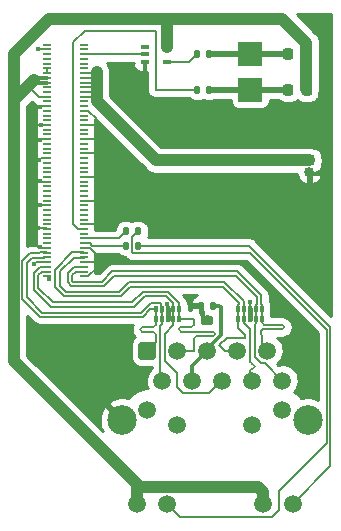
<source format=gbr>
G04 #@! TF.GenerationSoftware,KiCad,Pcbnew,(5.99.0-10539-g7356f9568d)*
G04 #@! TF.CreationDate,2021-06-02T15:47:53+01:00*
G04 #@! TF.ProjectId,CM4IOv5,434d3449-4f76-4352-9e6b-696361645f70,rev?*
G04 #@! TF.SameCoordinates,Original*
G04 #@! TF.FileFunction,Copper,L1,Top*
G04 #@! TF.FilePolarity,Positive*
%FSLAX46Y46*%
G04 Gerber Fmt 4.6, Leading zero omitted, Abs format (unit mm)*
G04 Created by KiCad (PCBNEW (5.99.0-10539-g7356f9568d)) date 2021-06-02 15:47:53*
%MOMM*%
%LPD*%
G01*
G04 APERTURE LIST*
G04 Aperture macros list*
%AMRoundRect*
0 Rectangle with rounded corners*
0 $1 Rounding radius*
0 $2 $3 $4 $5 $6 $7 $8 $9 X,Y pos of 4 corners*
0 Add a 4 corners polygon primitive as box body*
4,1,4,$2,$3,$4,$5,$6,$7,$8,$9,$2,$3,0*
0 Add four circle primitives for the rounded corners*
1,1,$1+$1,$2,$3*
1,1,$1+$1,$4,$5*
1,1,$1+$1,$6,$7*
1,1,$1+$1,$8,$9*
0 Add four rect primitives between the rounded corners*
20,1,$1+$1,$2,$3,$4,$5,0*
20,1,$1+$1,$4,$5,$6,$7,0*
20,1,$1+$1,$6,$7,$8,$9,0*
20,1,$1+$1,$8,$9,$2,$3,0*%
G04 Aperture macros list end*
G04 #@! TA.AperFunction,SMDPad,CuDef*
%ADD10RoundRect,0.135000X0.135000X0.185000X-0.135000X0.185000X-0.135000X-0.185000X0.135000X-0.185000X0*%
G04 #@! TD*
G04 #@! TA.AperFunction,SMDPad,CuDef*
%ADD11R,0.650000X0.400000*%
G04 #@! TD*
G04 #@! TA.AperFunction,SMDPad,CuDef*
%ADD12R,0.300000X0.550000*%
G04 #@! TD*
G04 #@! TA.AperFunction,SMDPad,CuDef*
%ADD13R,0.400000X0.550000*%
G04 #@! TD*
G04 #@! TA.AperFunction,SMDPad,CuDef*
%ADD14R,2.000000X2.000000*%
G04 #@! TD*
G04 #@! TA.AperFunction,SMDPad,CuDef*
%ADD15RoundRect,0.218750X-0.218750X-0.256250X0.218750X-0.256250X0.218750X0.256250X-0.218750X0.256250X0*%
G04 #@! TD*
G04 #@! TA.AperFunction,SMDPad,CuDef*
%ADD16R,0.700000X0.200000*%
G04 #@! TD*
G04 #@! TA.AperFunction,ComponentPad*
%ADD17R,0.850000X0.850000*%
G04 #@! TD*
G04 #@! TA.AperFunction,ComponentPad*
%ADD18O,0.850000X0.850000*%
G04 #@! TD*
G04 #@! TA.AperFunction,SMDPad,CuDef*
%ADD19RoundRect,0.140000X0.140000X0.170000X-0.140000X0.170000X-0.140000X-0.170000X0.140000X-0.170000X0*%
G04 #@! TD*
G04 #@! TA.AperFunction,ComponentPad*
%ADD20RoundRect,0.250500X-0.499500X-0.499500X0.499500X-0.499500X0.499500X0.499500X-0.499500X0.499500X0*%
G04 #@! TD*
G04 #@! TA.AperFunction,ComponentPad*
%ADD21C,1.500000*%
G04 #@! TD*
G04 #@! TA.AperFunction,ComponentPad*
%ADD22C,2.500000*%
G04 #@! TD*
G04 #@! TA.AperFunction,ViaPad*
%ADD23C,0.450000*%
G04 #@! TD*
G04 #@! TA.AperFunction,Conductor*
%ADD24C,0.200000*%
G04 #@! TD*
G04 #@! TA.AperFunction,Conductor*
%ADD25C,0.127000*%
G04 #@! TD*
G04 #@! TA.AperFunction,Conductor*
%ADD26C,0.130000*%
G04 #@! TD*
G04 #@! TA.AperFunction,Conductor*
%ADD27C,0.400000*%
G04 #@! TD*
G04 #@! TA.AperFunction,Conductor*
%ADD28C,0.300000*%
G04 #@! TD*
G04 #@! TA.AperFunction,Conductor*
%ADD29C,0.500000*%
G04 #@! TD*
G04 #@! TA.AperFunction,Conductor*
%ADD30C,1.000000*%
G04 #@! TD*
G04 #@! TA.AperFunction,Conductor*
%ADD31C,0.254000*%
G04 #@! TD*
G04 APERTURE END LIST*
D10*
X115710000Y-91400000D03*
X114690000Y-91400000D03*
X115710000Y-94400000D03*
X114690000Y-94400000D03*
D11*
X110250000Y-90750000D03*
X110250000Y-91400000D03*
X110250000Y-92050000D03*
X112150000Y-92050000D03*
X112150000Y-90750000D03*
D12*
X120200000Y-113015000D03*
X119700000Y-113015000D03*
D13*
X119200000Y-113015000D03*
D12*
X118700000Y-113015000D03*
X118200000Y-113015000D03*
X118200000Y-113785000D03*
X118700000Y-113785000D03*
D13*
X119200000Y-113785000D03*
D12*
X119700000Y-113785000D03*
X120200000Y-113785000D03*
D10*
X109710000Y-107600000D03*
X108690000Y-107600000D03*
D14*
X119200000Y-91400000D03*
D15*
X122412500Y-94400000D03*
X123987500Y-94400000D03*
D16*
X102020000Y-90600000D03*
X105100000Y-90600000D03*
X102020000Y-91000000D03*
X105100000Y-91000000D03*
X102020000Y-91400000D03*
X105100000Y-91400000D03*
X102020000Y-91800000D03*
X105100000Y-91800000D03*
X102020000Y-92200000D03*
X105100000Y-92200000D03*
X102020000Y-92600000D03*
X105100000Y-92600000D03*
X102020000Y-93000000D03*
X105100000Y-93000000D03*
X102020000Y-93400000D03*
X105100000Y-93400000D03*
X102020000Y-93800000D03*
X105100000Y-93800000D03*
X102020000Y-94200000D03*
X105100000Y-94200000D03*
X102020000Y-94600000D03*
X105100000Y-94600000D03*
X102020000Y-95000000D03*
X105100000Y-95000000D03*
X102020000Y-95400000D03*
X105100000Y-95400000D03*
X102020000Y-95800000D03*
X105100000Y-95800000D03*
X102020000Y-96200000D03*
X105100000Y-96200000D03*
X102020000Y-96600000D03*
X105100000Y-96600000D03*
X102020000Y-97000000D03*
X105100000Y-97000000D03*
X102020000Y-97400000D03*
X105100000Y-97400000D03*
X102020000Y-97800000D03*
X105100000Y-97800000D03*
X102020000Y-98200000D03*
X105100000Y-98200000D03*
X102020000Y-98600000D03*
X105100000Y-98600000D03*
X102020000Y-99000000D03*
X105100000Y-99000000D03*
X102020000Y-99400000D03*
X105100000Y-99400000D03*
X102020000Y-99800000D03*
X105100000Y-99800000D03*
X102020000Y-100200000D03*
X105100000Y-100200000D03*
X102020000Y-100600000D03*
X105100000Y-100600000D03*
X102020000Y-101000000D03*
X105100000Y-101000000D03*
X102020000Y-101400000D03*
X105100000Y-101400000D03*
X102020000Y-101800000D03*
X105100000Y-101800000D03*
X102020000Y-102200000D03*
X105100000Y-102200000D03*
X102020000Y-102600000D03*
X105100000Y-102600000D03*
X102020000Y-103000000D03*
X105100000Y-103000000D03*
X102020000Y-103400000D03*
X105100000Y-103400000D03*
X102020000Y-103800000D03*
X105100000Y-103800000D03*
X102020000Y-104200000D03*
X105100000Y-104200000D03*
X102020000Y-104600000D03*
X105100000Y-104600000D03*
X102020000Y-105000000D03*
X105100000Y-105000000D03*
X102020000Y-105400000D03*
X105100000Y-105400000D03*
X102020000Y-105800000D03*
X105100000Y-105800000D03*
X102020000Y-106200000D03*
X105100000Y-106200000D03*
X102020000Y-106600000D03*
X105100000Y-106600000D03*
X102020000Y-107000000D03*
X105100000Y-107000000D03*
X102020000Y-107400000D03*
X105100000Y-107400000D03*
X102020000Y-107800000D03*
X105100000Y-107800000D03*
X102020000Y-108200000D03*
X105100000Y-108200000D03*
X102020000Y-108600000D03*
X105100000Y-108600000D03*
X102020000Y-109000000D03*
X105100000Y-109000000D03*
X102020000Y-109400000D03*
X105100000Y-109400000D03*
X102020000Y-109800000D03*
X105100000Y-109800000D03*
X102020000Y-110200000D03*
X105100000Y-110200000D03*
D15*
X122412500Y-91400000D03*
X123987500Y-91400000D03*
D17*
X124200000Y-100400000D03*
D18*
X124200000Y-101400000D03*
D10*
X109710000Y-106400000D03*
X108690000Y-106400000D03*
D19*
X116017500Y-112700000D03*
X115057500Y-112700000D03*
D20*
X110485000Y-116497500D03*
D21*
X111755000Y-119037500D03*
X113025000Y-116497500D03*
X114295000Y-119037500D03*
X115565000Y-116497500D03*
X116835000Y-119037500D03*
X118105000Y-116497500D03*
X119375000Y-119037500D03*
X120645000Y-116497500D03*
X121915000Y-119037500D03*
X110485000Y-121557500D03*
X113025000Y-122827500D03*
X119375000Y-122827500D03*
X121915000Y-121557500D03*
X109570000Y-129447500D03*
X112110000Y-129447500D03*
X120290000Y-129447500D03*
X122830000Y-129447500D03*
D22*
X108325000Y-122337500D03*
X124075000Y-122337500D03*
D12*
X113200000Y-113015000D03*
X112700000Y-113015000D03*
D13*
X112200000Y-113015000D03*
D12*
X111700000Y-113015000D03*
X111200000Y-113015000D03*
X111200000Y-113785000D03*
X111700000Y-113785000D03*
D13*
X112200000Y-113785000D03*
D12*
X112700000Y-113785000D03*
X113200000Y-113785000D03*
D14*
X119200000Y-94400000D03*
D23*
X121450000Y-112700000D03*
X124150000Y-117400000D03*
X102200000Y-110400000D03*
X101200000Y-106150000D03*
X108200000Y-118400000D03*
X119175011Y-112400000D03*
X101377101Y-107699704D03*
X112170483Y-112588469D03*
X101270484Y-90920278D03*
X101435806Y-104166129D03*
X109950000Y-103150000D03*
X101200000Y-106150000D03*
X101347273Y-100353306D03*
X101347273Y-100353306D03*
X124700000Y-110150000D03*
X100918000Y-109161016D03*
X111700000Y-96900000D03*
X106200000Y-108900000D03*
X101435806Y-98633871D03*
X125200000Y-89150000D03*
X102450000Y-114900000D03*
X101407690Y-95861537D03*
X101435806Y-102166129D03*
X106200000Y-109400000D03*
X119950000Y-103900000D03*
X122950000Y-97150000D03*
X101450000Y-97400000D03*
X114200000Y-112400000D03*
D24*
X109710000Y-106400000D02*
X109210480Y-106899520D01*
X109210480Y-106899520D02*
X109210480Y-108160480D01*
X109250000Y-108200000D02*
X119150000Y-108200000D01*
X109210480Y-108160480D02*
X109250000Y-108200000D01*
X121600000Y-130000000D02*
X121000000Y-130600000D01*
X121000000Y-130600000D02*
X113262500Y-130600000D01*
X119150000Y-108200000D02*
X125663500Y-114713500D01*
X125663500Y-114713500D02*
X125663500Y-124336500D01*
X125663500Y-124336500D02*
X121600000Y-128400000D01*
X121600000Y-128400000D02*
X121600000Y-130000000D01*
X113262500Y-130600000D02*
X112110000Y-129447500D01*
X122830000Y-129447500D02*
X125993020Y-126284480D01*
X125993020Y-126284480D02*
X125993020Y-114530246D01*
X125993020Y-114530246D02*
X119062774Y-107600000D01*
X119062774Y-107600000D02*
X109710000Y-107600000D01*
X105100000Y-107400000D02*
X105616514Y-107400000D01*
X105616514Y-107400000D02*
X105816514Y-107600000D01*
X105816514Y-107600000D02*
X108690000Y-107600000D01*
D25*
X111200000Y-113015000D02*
X110744060Y-113015000D01*
X110744060Y-113015000D02*
X110109059Y-113650000D01*
X110109059Y-113650000D02*
X101433420Y-113650000D01*
X101433420Y-113650000D02*
X99893020Y-112109600D01*
X99893020Y-112109600D02*
X99893020Y-108940400D01*
X99893020Y-108940400D02*
X100559940Y-108273480D01*
X100559940Y-108273480D02*
X101333100Y-108273480D01*
X101333100Y-108273480D02*
X101419591Y-108186989D01*
X101419591Y-108186989D02*
X102020000Y-108186989D01*
D26*
X113200000Y-113015000D02*
X113200000Y-112471992D01*
X113200000Y-112471992D02*
X112228008Y-111500000D01*
X112228008Y-111500000D02*
X110137481Y-111500000D01*
X110137481Y-111500000D02*
X109217001Y-112420480D01*
X109217001Y-112420480D02*
X102489182Y-112420480D01*
X102489182Y-112420480D02*
X101250000Y-111181298D01*
X101250000Y-111181298D02*
X101250000Y-110090602D01*
X101250000Y-110090602D02*
X101526091Y-109814511D01*
X101526091Y-109814511D02*
X102020000Y-109814511D01*
X112700000Y-113015000D02*
X112700000Y-112508714D01*
X112700000Y-112508714D02*
X112070806Y-111879520D01*
X112070806Y-111879520D02*
X110294683Y-111879520D01*
X110294683Y-111879520D02*
X109374203Y-112800000D01*
X109374203Y-112800000D02*
X102331980Y-112800000D01*
X102331980Y-112800000D02*
X100870480Y-111338500D01*
X100870480Y-111338500D02*
X100870480Y-109933400D01*
X100870480Y-109933400D02*
X101418391Y-109385489D01*
X101418391Y-109385489D02*
X102020000Y-109385489D01*
D25*
X111700000Y-113015000D02*
X111663011Y-112978011D01*
X111663011Y-112978011D02*
X111663011Y-112489591D01*
X111663011Y-112489591D02*
X111600409Y-112426989D01*
X111600409Y-112426989D02*
X110799591Y-112426989D01*
X110799591Y-112426989D02*
X109953100Y-113273480D01*
X109953100Y-113273480D02*
X101590060Y-113273480D01*
X101590060Y-113273480D02*
X100269540Y-111952960D01*
X100269540Y-111952960D02*
X100269540Y-109097040D01*
X100716580Y-108650000D02*
X101700000Y-108650000D01*
X100269540Y-109097040D02*
X100716580Y-108650000D01*
D26*
X118200000Y-113015000D02*
X118200000Y-112602499D01*
X109057202Y-111079520D02*
X108236722Y-111900000D01*
X118200000Y-112602499D02*
X118260000Y-112542499D01*
X118260000Y-112542499D02*
X118260000Y-112478702D01*
X103450000Y-111900000D02*
X102700000Y-111150000D01*
X102700000Y-111150000D02*
X102700000Y-109631298D01*
X118260000Y-112478702D02*
X116860818Y-111079520D01*
X116860818Y-111079520D02*
X109057202Y-111079520D01*
X108236722Y-111900000D02*
X103450000Y-111900000D01*
X102700000Y-109631298D02*
X104145809Y-108185489D01*
X104145809Y-108185489D02*
X105100000Y-108185489D01*
X118700000Y-113015000D02*
X118700000Y-112602499D01*
X117018702Y-110700000D02*
X108900000Y-110700000D01*
X118700000Y-112602499D02*
X118640000Y-112542499D01*
X118640000Y-112542499D02*
X118640000Y-112321298D01*
X118640000Y-112321298D02*
X117018702Y-110700000D01*
X108900000Y-110700000D02*
X108079520Y-111520480D01*
X104254191Y-108614511D02*
X105100000Y-108614511D01*
X108079520Y-111520480D02*
X103607202Y-111520480D01*
X103607202Y-111520480D02*
X103079520Y-110992798D01*
X103079520Y-110992798D02*
X103079520Y-109789182D01*
X103079520Y-109789182D02*
X104254191Y-108614511D01*
X120200000Y-113015000D02*
X120200000Y-112602499D01*
X107536308Y-109794990D02*
X106681298Y-110650000D01*
X120200000Y-112602499D02*
X120140000Y-112542499D01*
X104140000Y-110571298D02*
X104140000Y-110093711D01*
X120140000Y-112542499D02*
X120140000Y-111821298D01*
X120140000Y-111821298D02*
X118113692Y-109794990D01*
X118113692Y-109794990D02*
X107536308Y-109794990D01*
X106681298Y-110650000D02*
X104218702Y-110650000D01*
X104218702Y-110650000D02*
X104140000Y-110571298D01*
X104140000Y-110093711D02*
X104419200Y-109814511D01*
X104419200Y-109814511D02*
X105100000Y-109814511D01*
X119700000Y-113015000D02*
X119700000Y-112602499D01*
X119700000Y-112602499D02*
X119760000Y-112542499D01*
X119760000Y-111978702D02*
X117955808Y-110174510D01*
X104311500Y-109385489D02*
X105100000Y-109385489D01*
X119760000Y-112542499D02*
X119760000Y-111978702D01*
X117955808Y-110174510D02*
X107694192Y-110174510D01*
X103760480Y-109936509D02*
X104311500Y-109385489D01*
X107694192Y-110174510D02*
X106839182Y-111029520D01*
X106839182Y-111029520D02*
X104060818Y-111029520D01*
X104060818Y-111029520D02*
X103760480Y-110729182D01*
X103760480Y-110729182D02*
X103760480Y-109936509D01*
X101469677Y-104200000D02*
X101435806Y-104166129D01*
X112200000Y-112617986D02*
X112170483Y-112588469D01*
X102020000Y-104200000D02*
X101469677Y-104200000D01*
X102020000Y-110200000D02*
X102020000Y-110220000D01*
X102020000Y-91000000D02*
X101350206Y-91000000D01*
D27*
X119200000Y-113015000D02*
X119200000Y-113785000D01*
D26*
X101469677Y-98600000D02*
X101435806Y-98633871D01*
X102020000Y-107800000D02*
X101477397Y-107800000D01*
X106700000Y-105900000D02*
X106400000Y-105900000D01*
X101200000Y-106150000D02*
X100700000Y-106150000D01*
X106600000Y-103800000D02*
X106700000Y-103900000D01*
X100966129Y-98633871D02*
X100950000Y-98650000D01*
X106200000Y-96899880D02*
X106200000Y-97150000D01*
X101407690Y-95861537D02*
X100988463Y-95861537D01*
X101435806Y-102166129D02*
X100966129Y-102166129D01*
X101500000Y-102200000D02*
X101450000Y-102150000D01*
X101469227Y-95800000D02*
X101407690Y-95861537D01*
X100988463Y-95861537D02*
X100950000Y-95900000D01*
X105100000Y-99800000D02*
X106600000Y-99800000D01*
X106000000Y-98600000D02*
X106200000Y-98400000D01*
X102020000Y-100200000D02*
X101500579Y-100200000D01*
X101435806Y-102164194D02*
X101435806Y-102166129D01*
X102020000Y-97400000D02*
X101450000Y-97400000D01*
X102020000Y-110220000D02*
X102200000Y-110400000D01*
X100996694Y-100353306D02*
X100950000Y-100400000D01*
X119200000Y-113015000D02*
X119200000Y-112556896D01*
X105100000Y-96200000D02*
X105500120Y-96200000D01*
X105100000Y-109000000D02*
X106100000Y-109000000D01*
X105100000Y-105800000D02*
X106600000Y-105800000D01*
X101500579Y-100200000D02*
X101347273Y-100353306D01*
X106600000Y-101800000D02*
X106700000Y-101900000D01*
X102020000Y-95800000D02*
X101469227Y-95800000D01*
X106100000Y-109000000D02*
X106200000Y-108900000D01*
X105100000Y-107800000D02*
X105600000Y-107800000D01*
X101970000Y-106150000D02*
X101200000Y-106150000D01*
X102020000Y-98600000D02*
X101469677Y-98600000D01*
X105500120Y-110200000D02*
X105100000Y-110200000D01*
X100966129Y-102166129D02*
X100950000Y-102150000D01*
X102020000Y-106200000D02*
X101970000Y-106150000D01*
X101350206Y-91000000D02*
X101270484Y-90920278D01*
X101249704Y-107699704D02*
X100700000Y-107150000D01*
X119200000Y-112556896D02*
X119200000Y-112400000D01*
X101435806Y-98633871D02*
X100966129Y-98633871D01*
X101450000Y-97400000D02*
X100950000Y-97400000D01*
X102020000Y-109000000D02*
X101079016Y-109000000D01*
X101435806Y-104166129D02*
X100966129Y-104166129D01*
X101450000Y-102150000D02*
X101435806Y-102164194D01*
X105100000Y-98600000D02*
X106000000Y-98600000D01*
X106200000Y-109400000D02*
X106200000Y-109500120D01*
X101347273Y-100353306D02*
X100996694Y-100353306D01*
X105600000Y-107800000D02*
X106200000Y-108400000D01*
X119200000Y-112400000D02*
X119175011Y-112400000D01*
X105100000Y-97400000D02*
X106200000Y-97400000D01*
X112200000Y-113015000D02*
X112200000Y-112617986D01*
X106200000Y-109500120D02*
X105500120Y-110200000D01*
X101477397Y-107800000D02*
X101377101Y-107699704D01*
X100966129Y-104166129D02*
X100950000Y-104150000D01*
X105100000Y-103800000D02*
X106600000Y-103800000D01*
X106600000Y-105800000D02*
X106700000Y-105900000D01*
X112200000Y-113015000D02*
X112200000Y-112900000D01*
X101377101Y-107699704D02*
X101249704Y-107699704D01*
X106600000Y-99800000D02*
X106700000Y-99900000D01*
X101079016Y-109000000D02*
X100918000Y-109161016D01*
X102020000Y-102200000D02*
X101500000Y-102200000D01*
X106400000Y-105900000D02*
X106300000Y-105800000D01*
X105500120Y-96200000D02*
X106200000Y-96899880D01*
X119200000Y-113015000D02*
X119200000Y-112900000D01*
X105100000Y-101800000D02*
X106600000Y-101800000D01*
D27*
X112200000Y-113785000D02*
X112200000Y-113015000D01*
D28*
X116700000Y-115200000D02*
X116700000Y-112825000D01*
X114295000Y-117767500D02*
X115565000Y-116497500D01*
X115565000Y-116335000D02*
X116700000Y-115200000D01*
X115565000Y-116497500D02*
X115565000Y-116335000D01*
X116575000Y-112700000D02*
X116017500Y-112700000D01*
X114295000Y-119037500D02*
X114295000Y-117767500D01*
X116700000Y-112825000D02*
X116575000Y-112700000D01*
D26*
X113318827Y-114500000D02*
X114200000Y-114500000D01*
X116031173Y-114900000D02*
X114600000Y-114900000D01*
X114400000Y-114300000D02*
X114400000Y-113785000D01*
X113025000Y-116497500D02*
X114400000Y-116497500D01*
X114600000Y-114900000D02*
X113318827Y-114900000D01*
X114600000Y-115300000D02*
X116031173Y-115300000D01*
X114400000Y-116497500D02*
X114400000Y-115500000D01*
X114400000Y-113785000D02*
X113200000Y-113785000D01*
X113200000Y-113785000D02*
X113200000Y-113015000D01*
X113118827Y-114700000D02*
G75*
G03*
X113318827Y-114900000I200001J1D01*
G01*
X116031173Y-114900000D02*
G75*
G02*
X116231173Y-115100000I-1J-200001D01*
G01*
X116231173Y-115100000D02*
G75*
G02*
X116031173Y-115300000I-200001J1D01*
G01*
X114600000Y-115300000D02*
G75*
G03*
X114400000Y-115500000I1J-200001D01*
G01*
X113318827Y-114500000D02*
G75*
G03*
X113118827Y-114700000I1J-200001D01*
G01*
X114400000Y-114300000D02*
G75*
G02*
X114200000Y-114500000I-200001J1D01*
G01*
X119700000Y-113785000D02*
X119700000Y-113015000D01*
X120439511Y-117562011D02*
X120134034Y-117562011D01*
X121915000Y-119037500D02*
X120439511Y-117562011D01*
X120134034Y-117562011D02*
X119580489Y-117008466D01*
X119580489Y-114317012D02*
X119700000Y-114197501D01*
X119700000Y-114197501D02*
X119700000Y-113785000D01*
X119580489Y-117008466D02*
X119580489Y-114317012D01*
X113500000Y-120100000D02*
X113000000Y-119600000D01*
X111960489Y-117360489D02*
X111960489Y-115071491D01*
X111960489Y-115071491D02*
X112700000Y-114331980D01*
X116835000Y-119037500D02*
X116737500Y-119037500D01*
X115675000Y-120100000D02*
X113500000Y-120100000D01*
X116737500Y-119037500D02*
X115675000Y-120100000D01*
X113000000Y-119600000D02*
X113000000Y-118400000D01*
X112700000Y-113785000D02*
X112700000Y-113015000D01*
X113000000Y-118400000D02*
X111960489Y-117360489D01*
X112700000Y-114331980D02*
X112700000Y-113785000D01*
X119380420Y-117630489D02*
X119369511Y-117630489D01*
X119169511Y-117430489D02*
X119169511Y-116344023D01*
X119169511Y-114667012D02*
X118700000Y-114197501D01*
X119169511Y-118832011D02*
X119169511Y-118230489D01*
X119369511Y-118030489D02*
X119380420Y-118030489D01*
X119169511Y-116344023D02*
X119169511Y-114667012D01*
X118700000Y-114197501D02*
X118700000Y-113785000D01*
X119375000Y-119037500D02*
X119169511Y-118832011D01*
X118700000Y-113785000D02*
X118700000Y-113015000D01*
X119380420Y-117630489D02*
G75*
G02*
X119580420Y-117830489I-1J-200001D01*
G01*
X119369511Y-118030489D02*
G75*
G03*
X119169511Y-118230489I1J-200001D01*
G01*
X119580420Y-117830489D02*
G75*
G02*
X119380420Y-118030489I-200001J1D01*
G01*
X119169511Y-117430489D02*
G75*
G03*
X119369511Y-117630489I200001J1D01*
G01*
X111700000Y-114276120D02*
X111579520Y-114396600D01*
X111700000Y-113015000D02*
X111700000Y-113140000D01*
X111700000Y-113785000D02*
X111700000Y-113015000D01*
X111579520Y-114396600D02*
X111579520Y-118702980D01*
X111579520Y-118702980D02*
X111500000Y-118782500D01*
X111500000Y-118782500D02*
X111755000Y-119037500D01*
X111700000Y-113140000D02*
X111640000Y-113200000D01*
X111700000Y-113785000D02*
X111700000Y-114276120D01*
X118789991Y-115139991D02*
X118200000Y-114550000D01*
X118200000Y-114550000D02*
X118200000Y-113785000D01*
X118200000Y-113785000D02*
X118200000Y-113015000D01*
X117192962Y-115394520D02*
X118789991Y-115394520D01*
X116593741Y-115993741D02*
X117192962Y-115394520D01*
X118105000Y-116497500D02*
X117097500Y-116497500D01*
X117097500Y-116497500D02*
X116593741Y-115993741D01*
X118789991Y-115394520D02*
X118789991Y-115139991D01*
X111200000Y-115782500D02*
X111200000Y-115100000D01*
X110485000Y-116497500D02*
X111200000Y-115782500D01*
D25*
X111200000Y-113015000D02*
X111200000Y-113785000D01*
D26*
X110074856Y-114500000D02*
X111000000Y-114500000D01*
X111000000Y-114900000D02*
X110074856Y-114900000D01*
X111200000Y-114300000D02*
X111200000Y-114250000D01*
X111200000Y-114250000D02*
X111200000Y-113785000D01*
X111200000Y-114300000D02*
G75*
G02*
X111000000Y-114500000I-200001J1D01*
G01*
X110074856Y-114500000D02*
G75*
G03*
X109874856Y-114700000I1J-200001D01*
G01*
X109874856Y-114700000D02*
G75*
G03*
X110074856Y-114900000I200001J1D01*
G01*
X111000000Y-114900000D02*
G75*
G02*
X111200000Y-115100000I-1J-200001D01*
G01*
D24*
X108690000Y-106400000D02*
X108090000Y-107000000D01*
X108090000Y-107000000D02*
X105100000Y-107000000D01*
X110250000Y-91400000D02*
X105100000Y-91400000D01*
D29*
X119200000Y-94400000D02*
X115710000Y-94400000D01*
X122175000Y-94400000D02*
X119200000Y-94400000D01*
X122175000Y-91400000D02*
X119200000Y-91400000D01*
X115710000Y-91400000D02*
X119200000Y-91400000D01*
D24*
X114040000Y-92050000D02*
X114690000Y-91400000D01*
X112150000Y-92050000D02*
X114040000Y-92050000D01*
D26*
X120200000Y-114750000D02*
X120200000Y-114700000D01*
X120200000Y-116052500D02*
X120200000Y-115200000D01*
X120200000Y-114700000D02*
X121882499Y-114700000D01*
X120150000Y-114750000D02*
X120200000Y-114750000D01*
X120645000Y-116497500D02*
X120200000Y-116052500D01*
X121882499Y-114300000D02*
X120400000Y-114300000D01*
X120200000Y-113785000D02*
X120200000Y-113015000D01*
X120200000Y-114100000D02*
X120200000Y-113785000D01*
X120100000Y-115100000D02*
X120100000Y-114800000D01*
X122082499Y-114500000D02*
G75*
G02*
X121882499Y-114700000I-200001J1D01*
G01*
X121882499Y-114300000D02*
G75*
G02*
X122082499Y-114500000I-1J-200001D01*
G01*
X120150000Y-115150000D02*
G75*
G02*
X120200000Y-115200000I-1J-50001D01*
G01*
X120150000Y-114750000D02*
G75*
G03*
X120100000Y-114800000I1J-50001D01*
G01*
X120200000Y-114100000D02*
G75*
G03*
X120400000Y-114300000I200001J1D01*
G01*
X120100000Y-115100000D02*
G75*
G03*
X120150000Y-115150000I50001J1D01*
G01*
D25*
X102020000Y-93000000D02*
X102020000Y-92600000D01*
D30*
X109570000Y-127770000D02*
X99200000Y-117400000D01*
X121925000Y-88400000D02*
X123950000Y-90425000D01*
X112150000Y-88450000D02*
X112150000Y-90750000D01*
X112200000Y-88400000D02*
X121925000Y-88400000D01*
X119867989Y-128067989D02*
X109867989Y-128067989D01*
X109867989Y-128067989D02*
X109570000Y-127770000D01*
X99200000Y-95300000D02*
X99406980Y-95093020D01*
X112200000Y-88400000D02*
X102168440Y-88400000D01*
D28*
X102020000Y-93400000D02*
X101100000Y-93400000D01*
D30*
X102168440Y-88400000D02*
X99200000Y-91368440D01*
X99200000Y-117400000D02*
X99200000Y-95300000D01*
X123950000Y-90425000D02*
X123950000Y-94362500D01*
X109570000Y-129447500D02*
X109570000Y-127770000D01*
X99406980Y-95093020D02*
X100400000Y-94100000D01*
X120290000Y-129447500D02*
X120290000Y-128490000D01*
X100400000Y-94100000D02*
X100900000Y-93600000D01*
X112200000Y-88400000D02*
X112150000Y-88450000D01*
D25*
X101100000Y-93400000D02*
X100900000Y-93600000D01*
D30*
X120290000Y-128490000D02*
X119867989Y-128067989D01*
D28*
X102020000Y-93800000D02*
X101100000Y-93800000D01*
D25*
X101100000Y-93800000D02*
X100900000Y-93600000D01*
D24*
X102020000Y-95000000D02*
X101300000Y-95000000D01*
D30*
X99200000Y-91368440D02*
X99200000Y-95300000D01*
D24*
X101300000Y-95000000D02*
X100400000Y-94100000D01*
D25*
X106100000Y-93000000D02*
X106200000Y-92900000D01*
D30*
X106200000Y-94400000D02*
X106200000Y-93400000D01*
D24*
X105100000Y-93000000D02*
X106100000Y-93000000D01*
D30*
X124200000Y-100400000D02*
X111200000Y-100400000D01*
D25*
X106000000Y-94200000D02*
X106200000Y-94400000D01*
D24*
X105100000Y-95000000D02*
X105800000Y-95000000D01*
D25*
X105800000Y-95000000D02*
X106200000Y-95400000D01*
D24*
X105100000Y-93800000D02*
X105800000Y-93800000D01*
D25*
X106000000Y-94600000D02*
X106200000Y-94400000D01*
X105800000Y-93800000D02*
X106200000Y-93400000D01*
D30*
X106200000Y-93400000D02*
X106200000Y-92900000D01*
X111200000Y-100400000D02*
X106200000Y-95400000D01*
X106200000Y-95400000D02*
X106200000Y-94400000D01*
D24*
X105100000Y-94200000D02*
X106000000Y-94200000D01*
X105100000Y-94600000D02*
X106000000Y-94600000D01*
X105100000Y-93400000D02*
X106200000Y-93400000D01*
X105200000Y-89400000D02*
X111200000Y-89400000D01*
X105100000Y-106200000D02*
X104623000Y-106200000D01*
X104623000Y-106200000D02*
X104200000Y-105777000D01*
X111200000Y-89400000D02*
X111200000Y-94400000D01*
X104200000Y-105777000D02*
X104200000Y-90400000D01*
X104200000Y-90400000D02*
X105200000Y-89400000D01*
X111200000Y-94400000D02*
X114690000Y-94400000D01*
X114200000Y-94400000D02*
X114690000Y-94400000D01*
D31*
X100907160Y-114110861D02*
X100925456Y-114134705D01*
X100948715Y-114157964D01*
X101068216Y-114249660D01*
X101096703Y-114266106D01*
X101131727Y-114280613D01*
X101235862Y-114323748D01*
X101267635Y-114332262D01*
X101416974Y-114351923D01*
X101449866Y-114351923D01*
X101479664Y-114348000D01*
X109243132Y-114348000D01*
X109230113Y-114379431D01*
X109203652Y-114437450D01*
X109194026Y-114468904D01*
X109187014Y-114510736D01*
X109176033Y-114551715D01*
X109171739Y-114584328D01*
X109171739Y-114648328D01*
X109171547Y-114653763D01*
X109169954Y-114670363D01*
X109169456Y-114686837D01*
X109169920Y-114700000D01*
X109169456Y-114713163D01*
X109169954Y-114729637D01*
X109171547Y-114746237D01*
X109171739Y-114751672D01*
X109171739Y-114815672D01*
X109176033Y-114848285D01*
X109187014Y-114889264D01*
X109194026Y-114931096D01*
X109203652Y-114962550D01*
X109230113Y-115020569D01*
X109284749Y-115152471D01*
X109301195Y-115180957D01*
X109319451Y-115204749D01*
X109334446Y-115230720D01*
X109354470Y-115256815D01*
X109414269Y-115316613D01*
X109403959Y-115325233D01*
X109282268Y-115453693D01*
X109264787Y-115477061D01*
X109175912Y-115630071D01*
X109164275Y-115656833D01*
X109112984Y-115826184D01*
X109108074Y-115851506D01*
X109100999Y-115930777D01*
X109100500Y-115941978D01*
X109100500Y-117039887D01*
X109101348Y-117054478D01*
X109116839Y-117187349D01*
X109123552Y-117215749D01*
X109183927Y-117382079D01*
X109196994Y-117408173D01*
X109294014Y-117556153D01*
X109312733Y-117578541D01*
X109441193Y-117700232D01*
X109464561Y-117717713D01*
X109617571Y-117806588D01*
X109644333Y-117818225D01*
X109813684Y-117869516D01*
X109839006Y-117874426D01*
X109918277Y-117881501D01*
X109929478Y-117882000D01*
X110880020Y-117882000D01*
X110880020Y-117963775D01*
X110823064Y-118007478D01*
X110806573Y-118022641D01*
X110655390Y-118188789D01*
X110641847Y-118206633D01*
X110522476Y-118396927D01*
X110512306Y-118416887D01*
X110428520Y-118625312D01*
X110422045Y-118646757D01*
X110376492Y-118866726D01*
X110373917Y-118888978D01*
X110368036Y-119113537D01*
X110369443Y-119135895D01*
X110403422Y-119357946D01*
X110408765Y-119379700D01*
X110481528Y-119592225D01*
X110490640Y-119612691D01*
X110528794Y-119681240D01*
X110379478Y-119679285D01*
X110360838Y-119680425D01*
X110103020Y-119715513D01*
X110084753Y-119719396D01*
X109834953Y-119792206D01*
X109817460Y-119798746D01*
X109581166Y-119907679D01*
X109564832Y-119916733D01*
X109347234Y-120059396D01*
X109332418Y-120070765D01*
X109138298Y-120244024D01*
X109125325Y-120257458D01*
X108958946Y-120457507D01*
X108948101Y-120472711D01*
X108904445Y-120544653D01*
X108774977Y-120503210D01*
X108756818Y-120498850D01*
X108498910Y-120456847D01*
X108480306Y-120455220D01*
X108219021Y-120451799D01*
X108200379Y-120452939D01*
X107941460Y-120488177D01*
X107923194Y-120492060D01*
X107672326Y-120565181D01*
X107654833Y-120571721D01*
X107417530Y-120681119D01*
X107401196Y-120690173D01*
X107203068Y-120820071D01*
X107157067Y-120874148D01*
X107147604Y-120944512D01*
X107177685Y-121008821D01*
X107183058Y-121014538D01*
X108506020Y-122337500D01*
X108325000Y-122518520D01*
X107002555Y-121196075D01*
X106940243Y-121162049D01*
X106869428Y-121167114D01*
X106816587Y-121204600D01*
X106792841Y-121233151D01*
X106781995Y-121248356D01*
X106646436Y-121471750D01*
X106637958Y-121488389D01*
X106536908Y-121729366D01*
X106530982Y-121747077D01*
X106466661Y-122000343D01*
X106463418Y-122018734D01*
X106437238Y-122278726D01*
X106436749Y-122297395D01*
X106449286Y-122558401D01*
X106451562Y-122576938D01*
X106502541Y-122833223D01*
X106507532Y-122851218D01*
X106595831Y-123097154D01*
X106603427Y-123114216D01*
X106701893Y-123297469D01*
X100334500Y-116930076D01*
X100334500Y-113538202D01*
X100907160Y-114110861D01*
G04 #@! TA.AperFunction,Conductor*
G36*
X100907160Y-114110861D02*
G01*
X100925456Y-114134705D01*
X100948715Y-114157964D01*
X101068216Y-114249660D01*
X101096703Y-114266106D01*
X101131727Y-114280613D01*
X101235862Y-114323748D01*
X101267635Y-114332262D01*
X101416974Y-114351923D01*
X101449866Y-114351923D01*
X101479664Y-114348000D01*
X109243132Y-114348000D01*
X109230113Y-114379431D01*
X109203652Y-114437450D01*
X109194026Y-114468904D01*
X109187014Y-114510736D01*
X109176033Y-114551715D01*
X109171739Y-114584328D01*
X109171739Y-114648328D01*
X109171547Y-114653763D01*
X109169954Y-114670363D01*
X109169456Y-114686837D01*
X109169920Y-114700000D01*
X109169456Y-114713163D01*
X109169954Y-114729637D01*
X109171547Y-114746237D01*
X109171739Y-114751672D01*
X109171739Y-114815672D01*
X109176033Y-114848285D01*
X109187014Y-114889264D01*
X109194026Y-114931096D01*
X109203652Y-114962550D01*
X109230113Y-115020569D01*
X109284749Y-115152471D01*
X109301195Y-115180957D01*
X109319451Y-115204749D01*
X109334446Y-115230720D01*
X109354470Y-115256815D01*
X109414269Y-115316613D01*
X109403959Y-115325233D01*
X109282268Y-115453693D01*
X109264787Y-115477061D01*
X109175912Y-115630071D01*
X109164275Y-115656833D01*
X109112984Y-115826184D01*
X109108074Y-115851506D01*
X109100999Y-115930777D01*
X109100500Y-115941978D01*
X109100500Y-117039887D01*
X109101348Y-117054478D01*
X109116839Y-117187349D01*
X109123552Y-117215749D01*
X109183927Y-117382079D01*
X109196994Y-117408173D01*
X109294014Y-117556153D01*
X109312733Y-117578541D01*
X109441193Y-117700232D01*
X109464561Y-117717713D01*
X109617571Y-117806588D01*
X109644333Y-117818225D01*
X109813684Y-117869516D01*
X109839006Y-117874426D01*
X109918277Y-117881501D01*
X109929478Y-117882000D01*
X110880020Y-117882000D01*
X110880020Y-117963775D01*
X110823064Y-118007478D01*
X110806573Y-118022641D01*
X110655390Y-118188789D01*
X110641847Y-118206633D01*
X110522476Y-118396927D01*
X110512306Y-118416887D01*
X110428520Y-118625312D01*
X110422045Y-118646757D01*
X110376492Y-118866726D01*
X110373917Y-118888978D01*
X110368036Y-119113537D01*
X110369443Y-119135895D01*
X110403422Y-119357946D01*
X110408765Y-119379700D01*
X110481528Y-119592225D01*
X110490640Y-119612691D01*
X110528794Y-119681240D01*
X110379478Y-119679285D01*
X110360838Y-119680425D01*
X110103020Y-119715513D01*
X110084753Y-119719396D01*
X109834953Y-119792206D01*
X109817460Y-119798746D01*
X109581166Y-119907679D01*
X109564832Y-119916733D01*
X109347234Y-120059396D01*
X109332418Y-120070765D01*
X109138298Y-120244024D01*
X109125325Y-120257458D01*
X108958946Y-120457507D01*
X108948101Y-120472711D01*
X108904445Y-120544653D01*
X108774977Y-120503210D01*
X108756818Y-120498850D01*
X108498910Y-120456847D01*
X108480306Y-120455220D01*
X108219021Y-120451799D01*
X108200379Y-120452939D01*
X107941460Y-120488177D01*
X107923194Y-120492060D01*
X107672326Y-120565181D01*
X107654833Y-120571721D01*
X107417530Y-120681119D01*
X107401196Y-120690173D01*
X107203068Y-120820071D01*
X107157067Y-120874148D01*
X107147604Y-120944512D01*
X107177685Y-121008821D01*
X107183058Y-121014538D01*
X108506020Y-122337500D01*
X108325000Y-122518520D01*
X107002555Y-121196075D01*
X106940243Y-121162049D01*
X106869428Y-121167114D01*
X106816587Y-121204600D01*
X106792841Y-121233151D01*
X106781995Y-121248356D01*
X106646436Y-121471750D01*
X106637958Y-121488389D01*
X106536908Y-121729366D01*
X106530982Y-121747077D01*
X106466661Y-122000343D01*
X106463418Y-122018734D01*
X106437238Y-122278726D01*
X106436749Y-122297395D01*
X106449286Y-122558401D01*
X106451562Y-122576938D01*
X106502541Y-122833223D01*
X106507532Y-122851218D01*
X106595831Y-123097154D01*
X106603427Y-123114216D01*
X106701893Y-123297469D01*
X100334500Y-116930076D01*
X100334500Y-113538202D01*
X100907160Y-114110861D01*
G37*
G04 #@! TD.AperFunction*
X108127200Y-108429631D02*
X108153868Y-108446555D01*
X108300954Y-108515768D01*
X108330992Y-108525528D01*
X108471169Y-108552268D01*
X108494779Y-108554500D01*
X108587319Y-108554500D01*
X108676708Y-108670994D01*
X108699964Y-108694251D01*
X108709167Y-108701313D01*
X108716229Y-108710516D01*
X108739486Y-108733772D01*
X108866546Y-108831269D01*
X108895033Y-108847716D01*
X108947585Y-108869483D01*
X109042995Y-108909004D01*
X109074768Y-108917518D01*
X109233554Y-108938422D01*
X109266446Y-108938422D01*
X109296238Y-108934500D01*
X118845761Y-108934500D01*
X124929000Y-115017739D01*
X124929000Y-120657845D01*
X124791159Y-120589869D01*
X124773844Y-120582873D01*
X124524977Y-120503210D01*
X124506818Y-120498850D01*
X124248910Y-120456847D01*
X124230306Y-120455220D01*
X123969021Y-120451799D01*
X123950379Y-120452939D01*
X123691460Y-120488177D01*
X123673194Y-120492060D01*
X123496976Y-120543422D01*
X123479768Y-120513314D01*
X123469325Y-120497831D01*
X123308240Y-120293495D01*
X123295623Y-120279726D01*
X123106105Y-120101445D01*
X123091592Y-120089692D01*
X122933769Y-119980206D01*
X123065730Y-119815491D01*
X123078127Y-119796832D01*
X123185314Y-119599418D01*
X123194211Y-119578859D01*
X123264745Y-119365584D01*
X123269860Y-119343774D01*
X123301511Y-119121379D01*
X123302725Y-119106925D01*
X123304457Y-119040799D01*
X123304001Y-119026299D01*
X123284032Y-118802552D01*
X123280065Y-118780505D01*
X123220790Y-118563831D01*
X123212982Y-118542835D01*
X123116274Y-118340082D01*
X123104870Y-118320800D01*
X122973785Y-118138377D01*
X122959148Y-118121419D01*
X122797831Y-117965092D01*
X122780422Y-117950994D01*
X122593972Y-117825705D01*
X122574341Y-117814914D01*
X122368650Y-117724622D01*
X122347420Y-117717476D01*
X122128991Y-117665035D01*
X122106829Y-117661763D01*
X121882566Y-117648832D01*
X121860175Y-117649536D01*
X121637166Y-117676524D01*
X121615255Y-117681181D01*
X121563764Y-117697022D01*
X121476311Y-117609569D01*
X121639773Y-117466972D01*
X121655278Y-117450804D01*
X121795730Y-117275491D01*
X121808127Y-117256832D01*
X121915314Y-117059418D01*
X121924211Y-117038859D01*
X121994745Y-116825584D01*
X121999860Y-116803774D01*
X122031511Y-116581379D01*
X122032725Y-116566925D01*
X122034457Y-116500799D01*
X122034001Y-116486299D01*
X122014032Y-116262552D01*
X122010065Y-116240505D01*
X121950790Y-116023831D01*
X121942982Y-116002835D01*
X121846274Y-115800082D01*
X121834870Y-115780800D01*
X121703785Y-115598377D01*
X121689148Y-115581419D01*
X121527831Y-115425092D01*
X121510422Y-115410994D01*
X121493317Y-115399500D01*
X121796597Y-115399500D01*
X121852860Y-115404901D01*
X121869335Y-115405400D01*
X121934159Y-115403117D01*
X121998171Y-115403117D01*
X122030784Y-115398823D01*
X122071763Y-115387842D01*
X122113595Y-115380830D01*
X122145049Y-115371204D01*
X122203068Y-115344743D01*
X122334970Y-115290107D01*
X122363456Y-115273661D01*
X122387248Y-115255405D01*
X122413219Y-115240410D01*
X122439314Y-115220386D01*
X122547022Y-115112677D01*
X122602885Y-115056815D01*
X122622910Y-115030718D01*
X122637902Y-115004750D01*
X122656159Y-114980958D01*
X122672606Y-114952471D01*
X122727240Y-114820574D01*
X122753703Y-114762550D01*
X122763329Y-114731097D01*
X122770343Y-114689258D01*
X122781322Y-114648284D01*
X122785616Y-114615672D01*
X122785616Y-114551672D01*
X122785808Y-114546237D01*
X122787401Y-114529637D01*
X122787899Y-114513163D01*
X122787435Y-114500000D01*
X122787899Y-114486837D01*
X122787401Y-114470363D01*
X122785808Y-114453763D01*
X122785616Y-114448328D01*
X122785616Y-114384328D01*
X122781322Y-114351716D01*
X122770343Y-114310742D01*
X122763329Y-114268903D01*
X122753703Y-114237450D01*
X122727240Y-114179426D01*
X122672606Y-114047529D01*
X122656159Y-114019042D01*
X122637902Y-113995250D01*
X122622910Y-113969282D01*
X122602885Y-113943185D01*
X122522997Y-113863298D01*
X122439314Y-113779614D01*
X122413219Y-113759590D01*
X122387248Y-113744595D01*
X122363456Y-113726339D01*
X122334970Y-113709893D01*
X122203068Y-113655257D01*
X122145049Y-113628796D01*
X122113595Y-113619170D01*
X122071763Y-113612158D01*
X122030784Y-113601177D01*
X121998171Y-113596883D01*
X121934159Y-113596883D01*
X121869335Y-113594600D01*
X121852860Y-113595099D01*
X121796597Y-113600500D01*
X120989500Y-113600500D01*
X120989500Y-113510000D01*
X120989179Y-113501011D01*
X120983952Y-113427932D01*
X120979169Y-113401424D01*
X120976220Y-113391381D01*
X120988218Y-113307931D01*
X120989500Y-113290000D01*
X120989500Y-112740000D01*
X120989179Y-112731011D01*
X120983952Y-112657932D01*
X120979169Y-112631423D01*
X120937992Y-112491186D01*
X120923094Y-112458563D01*
X120851286Y-112346829D01*
X120839500Y-112318374D01*
X120839500Y-111867528D01*
X120843421Y-111837744D01*
X120843421Y-111804852D01*
X120838422Y-111766879D01*
X120838422Y-111766873D01*
X120823710Y-111655125D01*
X120815197Y-111623353D01*
X120757405Y-111483830D01*
X120740958Y-111455344D01*
X120732733Y-111444625D01*
X120672343Y-111365923D01*
X120672337Y-111365917D01*
X120649023Y-111335533D01*
X120625765Y-111312275D01*
X120601928Y-111293984D01*
X118641006Y-109333062D01*
X118622715Y-109309225D01*
X118599457Y-109285967D01*
X118569082Y-109262660D01*
X118569067Y-109262646D01*
X118479646Y-109194031D01*
X118451160Y-109177585D01*
X118311637Y-109119793D01*
X118279865Y-109111280D01*
X118173791Y-109097315D01*
X118168117Y-109096568D01*
X118130138Y-109091568D01*
X118097246Y-109091568D01*
X118067455Y-109095490D01*
X107582545Y-109095490D01*
X107552754Y-109091568D01*
X107519862Y-109091568D01*
X107481883Y-109096568D01*
X107370135Y-109111280D01*
X107338363Y-109119793D01*
X107198840Y-109177585D01*
X107170354Y-109194032D01*
X107050543Y-109285967D01*
X107027285Y-109309225D01*
X107008994Y-109333062D01*
X106391555Y-109950500D01*
X106083534Y-109950500D01*
X106088217Y-109917932D01*
X106089500Y-109900000D01*
X106089500Y-109700000D01*
X106089179Y-109691011D01*
X106083952Y-109617932D01*
X106079169Y-109591423D01*
X106078150Y-109587954D01*
X106088218Y-109517931D01*
X106089500Y-109500000D01*
X106089500Y-109300000D01*
X106089179Y-109291011D01*
X106083952Y-109217932D01*
X106079169Y-109191422D01*
X106077814Y-109186808D01*
X106087717Y-109117932D01*
X106089000Y-109100000D01*
X106089000Y-108900000D01*
X106088679Y-108891011D01*
X106083457Y-108818003D01*
X106078674Y-108791492D01*
X106077980Y-108789129D01*
X106088217Y-108717932D01*
X106089500Y-108700000D01*
X106089500Y-108500000D01*
X106089179Y-108491011D01*
X106083952Y-108417932D01*
X106079169Y-108391423D01*
X106078150Y-108387954D01*
X106085836Y-108334500D01*
X108012207Y-108334500D01*
X108127200Y-108429631D01*
G04 #@! TA.AperFunction,Conductor*
G36*
X108127200Y-108429631D02*
G01*
X108153868Y-108446555D01*
X108300954Y-108515768D01*
X108330992Y-108525528D01*
X108471169Y-108552268D01*
X108494779Y-108554500D01*
X108587319Y-108554500D01*
X108676708Y-108670994D01*
X108699964Y-108694251D01*
X108709167Y-108701313D01*
X108716229Y-108710516D01*
X108739486Y-108733772D01*
X108866546Y-108831269D01*
X108895033Y-108847716D01*
X108947585Y-108869483D01*
X109042995Y-108909004D01*
X109074768Y-108917518D01*
X109233554Y-108938422D01*
X109266446Y-108938422D01*
X109296238Y-108934500D01*
X118845761Y-108934500D01*
X124929000Y-115017739D01*
X124929000Y-120657845D01*
X124791159Y-120589869D01*
X124773844Y-120582873D01*
X124524977Y-120503210D01*
X124506818Y-120498850D01*
X124248910Y-120456847D01*
X124230306Y-120455220D01*
X123969021Y-120451799D01*
X123950379Y-120452939D01*
X123691460Y-120488177D01*
X123673194Y-120492060D01*
X123496976Y-120543422D01*
X123479768Y-120513314D01*
X123469325Y-120497831D01*
X123308240Y-120293495D01*
X123295623Y-120279726D01*
X123106105Y-120101445D01*
X123091592Y-120089692D01*
X122933769Y-119980206D01*
X123065730Y-119815491D01*
X123078127Y-119796832D01*
X123185314Y-119599418D01*
X123194211Y-119578859D01*
X123264745Y-119365584D01*
X123269860Y-119343774D01*
X123301511Y-119121379D01*
X123302725Y-119106925D01*
X123304457Y-119040799D01*
X123304001Y-119026299D01*
X123284032Y-118802552D01*
X123280065Y-118780505D01*
X123220790Y-118563831D01*
X123212982Y-118542835D01*
X123116274Y-118340082D01*
X123104870Y-118320800D01*
X122973785Y-118138377D01*
X122959148Y-118121419D01*
X122797831Y-117965092D01*
X122780422Y-117950994D01*
X122593972Y-117825705D01*
X122574341Y-117814914D01*
X122368650Y-117724622D01*
X122347420Y-117717476D01*
X122128991Y-117665035D01*
X122106829Y-117661763D01*
X121882566Y-117648832D01*
X121860175Y-117649536D01*
X121637166Y-117676524D01*
X121615255Y-117681181D01*
X121563764Y-117697022D01*
X121476311Y-117609569D01*
X121639773Y-117466972D01*
X121655278Y-117450804D01*
X121795730Y-117275491D01*
X121808127Y-117256832D01*
X121915314Y-117059418D01*
X121924211Y-117038859D01*
X121994745Y-116825584D01*
X121999860Y-116803774D01*
X122031511Y-116581379D01*
X122032725Y-116566925D01*
X122034457Y-116500799D01*
X122034001Y-116486299D01*
X122014032Y-116262552D01*
X122010065Y-116240505D01*
X121950790Y-116023831D01*
X121942982Y-116002835D01*
X121846274Y-115800082D01*
X121834870Y-115780800D01*
X121703785Y-115598377D01*
X121689148Y-115581419D01*
X121527831Y-115425092D01*
X121510422Y-115410994D01*
X121493317Y-115399500D01*
X121796597Y-115399500D01*
X121852860Y-115404901D01*
X121869335Y-115405400D01*
X121934159Y-115403117D01*
X121998171Y-115403117D01*
X122030784Y-115398823D01*
X122071763Y-115387842D01*
X122113595Y-115380830D01*
X122145049Y-115371204D01*
X122203068Y-115344743D01*
X122334970Y-115290107D01*
X122363456Y-115273661D01*
X122387248Y-115255405D01*
X122413219Y-115240410D01*
X122439314Y-115220386D01*
X122547022Y-115112677D01*
X122602885Y-115056815D01*
X122622910Y-115030718D01*
X122637902Y-115004750D01*
X122656159Y-114980958D01*
X122672606Y-114952471D01*
X122727240Y-114820574D01*
X122753703Y-114762550D01*
X122763329Y-114731097D01*
X122770343Y-114689258D01*
X122781322Y-114648284D01*
X122785616Y-114615672D01*
X122785616Y-114551672D01*
X122785808Y-114546237D01*
X122787401Y-114529637D01*
X122787899Y-114513163D01*
X122787435Y-114500000D01*
X122787899Y-114486837D01*
X122787401Y-114470363D01*
X122785808Y-114453763D01*
X122785616Y-114448328D01*
X122785616Y-114384328D01*
X122781322Y-114351716D01*
X122770343Y-114310742D01*
X122763329Y-114268903D01*
X122753703Y-114237450D01*
X122727240Y-114179426D01*
X122672606Y-114047529D01*
X122656159Y-114019042D01*
X122637902Y-113995250D01*
X122622910Y-113969282D01*
X122602885Y-113943185D01*
X122522997Y-113863298D01*
X122439314Y-113779614D01*
X122413219Y-113759590D01*
X122387248Y-113744595D01*
X122363456Y-113726339D01*
X122334970Y-113709893D01*
X122203068Y-113655257D01*
X122145049Y-113628796D01*
X122113595Y-113619170D01*
X122071763Y-113612158D01*
X122030784Y-113601177D01*
X121998171Y-113596883D01*
X121934159Y-113596883D01*
X121869335Y-113594600D01*
X121852860Y-113595099D01*
X121796597Y-113600500D01*
X120989500Y-113600500D01*
X120989500Y-113510000D01*
X120989179Y-113501011D01*
X120983952Y-113427932D01*
X120979169Y-113401424D01*
X120976220Y-113391381D01*
X120988218Y-113307931D01*
X120989500Y-113290000D01*
X120989500Y-112740000D01*
X120989179Y-112731011D01*
X120983952Y-112657932D01*
X120979169Y-112631423D01*
X120937992Y-112491186D01*
X120923094Y-112458563D01*
X120851286Y-112346829D01*
X120839500Y-112318374D01*
X120839500Y-111867528D01*
X120843421Y-111837744D01*
X120843421Y-111804852D01*
X120838422Y-111766879D01*
X120838422Y-111766873D01*
X120823710Y-111655125D01*
X120815197Y-111623353D01*
X120757405Y-111483830D01*
X120740958Y-111455344D01*
X120732733Y-111444625D01*
X120672343Y-111365923D01*
X120672337Y-111365917D01*
X120649023Y-111335533D01*
X120625765Y-111312275D01*
X120601928Y-111293984D01*
X118641006Y-109333062D01*
X118622715Y-109309225D01*
X118599457Y-109285967D01*
X118569082Y-109262660D01*
X118569067Y-109262646D01*
X118479646Y-109194031D01*
X118451160Y-109177585D01*
X118311637Y-109119793D01*
X118279865Y-109111280D01*
X118173791Y-109097315D01*
X118168117Y-109096568D01*
X118130138Y-109091568D01*
X118097246Y-109091568D01*
X118067455Y-109095490D01*
X107582545Y-109095490D01*
X107552754Y-109091568D01*
X107519862Y-109091568D01*
X107481883Y-109096568D01*
X107370135Y-109111280D01*
X107338363Y-109119793D01*
X107198840Y-109177585D01*
X107170354Y-109194032D01*
X107050543Y-109285967D01*
X107027285Y-109309225D01*
X107008994Y-109333062D01*
X106391555Y-109950500D01*
X106083534Y-109950500D01*
X106088217Y-109917932D01*
X106089500Y-109900000D01*
X106089500Y-109700000D01*
X106089179Y-109691011D01*
X106083952Y-109617932D01*
X106079169Y-109591423D01*
X106078150Y-109587954D01*
X106088218Y-109517931D01*
X106089500Y-109500000D01*
X106089500Y-109300000D01*
X106089179Y-109291011D01*
X106083952Y-109217932D01*
X106079169Y-109191422D01*
X106077814Y-109186808D01*
X106087717Y-109117932D01*
X106089000Y-109100000D01*
X106089000Y-108900000D01*
X106088679Y-108891011D01*
X106083457Y-108818003D01*
X106078674Y-108791492D01*
X106077980Y-108789129D01*
X106088217Y-108717932D01*
X106089500Y-108700000D01*
X106089500Y-108500000D01*
X106089179Y-108491011D01*
X106083952Y-108417932D01*
X106079169Y-108391423D01*
X106078150Y-108387954D01*
X106085836Y-108334500D01*
X108012207Y-108334500D01*
X108127200Y-108429631D01*
G37*
G04 #@! TD.AperFunction*
X114708722Y-111780363D02*
X114556531Y-111840620D01*
X114528854Y-111855836D01*
X114396430Y-111952047D01*
X114373406Y-111973668D01*
X114269069Y-112099790D01*
X114252146Y-112126457D01*
X114182452Y-112274564D01*
X114172692Y-112304602D01*
X114150223Y-112422390D01*
X114157106Y-112493052D01*
X114201100Y-112548776D01*
X114273991Y-112572000D01*
X115103000Y-112572000D01*
X115103000Y-112909579D01*
X115103994Y-112925371D01*
X115119525Y-113048311D01*
X115127379Y-113078903D01*
X115185500Y-113225699D01*
X115185500Y-113508599D01*
X115205502Y-113576720D01*
X115259158Y-113623213D01*
X115327293Y-113633605D01*
X115375687Y-113627491D01*
X115406278Y-113619637D01*
X115539669Y-113566824D01*
X115621909Y-113605523D01*
X115651947Y-113615283D01*
X115793407Y-113642268D01*
X115817017Y-113644500D01*
X115915500Y-113644500D01*
X115915500Y-114200500D01*
X115099500Y-114200500D01*
X115099500Y-113831237D01*
X115103422Y-113801447D01*
X115103422Y-113768554D01*
X115083710Y-113618827D01*
X115075197Y-113587055D01*
X115017405Y-113447532D01*
X115000958Y-113419046D01*
X114929500Y-113325921D01*
X114929500Y-112954000D01*
X114909498Y-112885879D01*
X114855842Y-112839386D01*
X114803500Y-112828000D01*
X114275112Y-112828000D01*
X114206991Y-112848002D01*
X114160498Y-112901658D01*
X114150105Y-112969791D01*
X114160008Y-113048185D01*
X114167863Y-113078778D01*
X114170524Y-113085500D01*
X113989500Y-113085500D01*
X113989500Y-112740000D01*
X113989179Y-112731011D01*
X113983952Y-112657932D01*
X113979169Y-112631423D01*
X113937992Y-112491186D01*
X113923094Y-112458563D01*
X113898853Y-112420843D01*
X113898422Y-112417572D01*
X113898422Y-112417567D01*
X113883710Y-112305819D01*
X113875197Y-112274047D01*
X113817405Y-112134524D01*
X113800959Y-112106038D01*
X113785664Y-112086105D01*
X113732344Y-112016617D01*
X113732330Y-112016602D01*
X113709023Y-111986227D01*
X113685765Y-111962969D01*
X113661928Y-111944678D01*
X113496270Y-111779020D01*
X114713953Y-111779020D01*
X114708722Y-111780363D01*
G04 #@! TA.AperFunction,Conductor*
G36*
X114708722Y-111780363D02*
G01*
X114556531Y-111840620D01*
X114528854Y-111855836D01*
X114396430Y-111952047D01*
X114373406Y-111973668D01*
X114269069Y-112099790D01*
X114252146Y-112126457D01*
X114182452Y-112274564D01*
X114172692Y-112304602D01*
X114150223Y-112422390D01*
X114157106Y-112493052D01*
X114201100Y-112548776D01*
X114273991Y-112572000D01*
X115103000Y-112572000D01*
X115103000Y-112909579D01*
X115103994Y-112925371D01*
X115119525Y-113048311D01*
X115127379Y-113078903D01*
X115185500Y-113225699D01*
X115185500Y-113508599D01*
X115205502Y-113576720D01*
X115259158Y-113623213D01*
X115327293Y-113633605D01*
X115375687Y-113627491D01*
X115406278Y-113619637D01*
X115539669Y-113566824D01*
X115621909Y-113605523D01*
X115651947Y-113615283D01*
X115793407Y-113642268D01*
X115817017Y-113644500D01*
X115915500Y-113644500D01*
X115915500Y-114200500D01*
X115099500Y-114200500D01*
X115099500Y-113831237D01*
X115103422Y-113801447D01*
X115103422Y-113768554D01*
X115083710Y-113618827D01*
X115075197Y-113587055D01*
X115017405Y-113447532D01*
X115000958Y-113419046D01*
X114929500Y-113325921D01*
X114929500Y-112954000D01*
X114909498Y-112885879D01*
X114855842Y-112839386D01*
X114803500Y-112828000D01*
X114275112Y-112828000D01*
X114206991Y-112848002D01*
X114160498Y-112901658D01*
X114150105Y-112969791D01*
X114160008Y-113048185D01*
X114167863Y-113078778D01*
X114170524Y-113085500D01*
X113989500Y-113085500D01*
X113989500Y-112740000D01*
X113989179Y-112731011D01*
X113983952Y-112657932D01*
X113979169Y-112631423D01*
X113937992Y-112491186D01*
X113923094Y-112458563D01*
X113898853Y-112420843D01*
X113898422Y-112417572D01*
X113898422Y-112417567D01*
X113883710Y-112305819D01*
X113875197Y-112274047D01*
X113817405Y-112134524D01*
X113800959Y-112106038D01*
X113785664Y-112086105D01*
X113732344Y-112016617D01*
X113732330Y-112016602D01*
X113709023Y-111986227D01*
X113685765Y-111962969D01*
X113661928Y-111944678D01*
X113496270Y-111779020D01*
X114713953Y-111779020D01*
X114708722Y-111780363D01*
G37*
G04 #@! TD.AperFunction*
X126066000Y-113564487D02*
X119614843Y-107113330D01*
X119596547Y-107089486D01*
X119573288Y-107066228D01*
X119446228Y-106968731D01*
X119417741Y-106952284D01*
X119356452Y-106926898D01*
X119269779Y-106890996D01*
X119238006Y-106882482D01*
X119079220Y-106861578D01*
X119046328Y-106861578D01*
X119016536Y-106865500D01*
X110563320Y-106865500D01*
X110575768Y-106839046D01*
X110585528Y-106809008D01*
X110612268Y-106668831D01*
X110614500Y-106645221D01*
X110614500Y-106175421D01*
X110613506Y-106159629D01*
X110598132Y-106037933D01*
X110590278Y-106007342D01*
X110530437Y-105856200D01*
X110515221Y-105828522D01*
X110419672Y-105697010D01*
X110398052Y-105673987D01*
X110272800Y-105570369D01*
X110246132Y-105553445D01*
X110099046Y-105484232D01*
X110069008Y-105474472D01*
X109928831Y-105447732D01*
X109905221Y-105445500D01*
X109535421Y-105445500D01*
X109519629Y-105446494D01*
X109397933Y-105461868D01*
X109367342Y-105469722D01*
X109216200Y-105529563D01*
X109197374Y-105539913D01*
X109079046Y-105484232D01*
X109049008Y-105474472D01*
X108908831Y-105447732D01*
X108885221Y-105445500D01*
X108515421Y-105445500D01*
X108499629Y-105446494D01*
X108377933Y-105461868D01*
X108347342Y-105469722D01*
X108196200Y-105529563D01*
X108168522Y-105544779D01*
X108037010Y-105640328D01*
X108013987Y-105661948D01*
X107910369Y-105787200D01*
X107893445Y-105813868D01*
X107824232Y-105960954D01*
X107814472Y-105990992D01*
X107787732Y-106131169D01*
X107785500Y-106154779D01*
X107785500Y-106265500D01*
X106089500Y-106265500D01*
X106089500Y-106100000D01*
X106089179Y-106091011D01*
X106083952Y-106017932D01*
X106079169Y-105991422D01*
X106077814Y-105986808D01*
X106087717Y-105917932D01*
X106089000Y-105900000D01*
X106089000Y-105700000D01*
X106088679Y-105691011D01*
X106083457Y-105618003D01*
X106078674Y-105591492D01*
X106077980Y-105589129D01*
X106088217Y-105517932D01*
X106089500Y-105500000D01*
X106089500Y-105300000D01*
X106089179Y-105291011D01*
X106083952Y-105217932D01*
X106079169Y-105191423D01*
X106078150Y-105187954D01*
X106088218Y-105117931D01*
X106089500Y-105100000D01*
X106089500Y-104900000D01*
X106089179Y-104891011D01*
X106083952Y-104817932D01*
X106079169Y-104791423D01*
X106078150Y-104787954D01*
X106088218Y-104717931D01*
X106089500Y-104700000D01*
X106089500Y-104500000D01*
X106089179Y-104491011D01*
X106083952Y-104417932D01*
X106079169Y-104391423D01*
X106078150Y-104387954D01*
X106088218Y-104317931D01*
X106089500Y-104300000D01*
X106089500Y-104100000D01*
X106089179Y-104091011D01*
X106083952Y-104017932D01*
X106079169Y-103991422D01*
X106077814Y-103986808D01*
X106087717Y-103917932D01*
X106089000Y-103900000D01*
X106089000Y-103700000D01*
X106088679Y-103691011D01*
X106083457Y-103618003D01*
X106078674Y-103591492D01*
X106077980Y-103589129D01*
X106088217Y-103517932D01*
X106089500Y-103500000D01*
X106089500Y-103300000D01*
X106089179Y-103291011D01*
X106083952Y-103217932D01*
X106079169Y-103191423D01*
X106078150Y-103187954D01*
X106088218Y-103117931D01*
X106089500Y-103100000D01*
X106089500Y-102900000D01*
X106089179Y-102891011D01*
X106083952Y-102817932D01*
X106079169Y-102791423D01*
X106078150Y-102787954D01*
X106088218Y-102717931D01*
X106089500Y-102700000D01*
X106089500Y-102500000D01*
X106089179Y-102491011D01*
X106083952Y-102417932D01*
X106079169Y-102391423D01*
X106078150Y-102387954D01*
X106088218Y-102317931D01*
X106089500Y-102300000D01*
X106089500Y-102100000D01*
X106089179Y-102091011D01*
X106083952Y-102017932D01*
X106079169Y-101991422D01*
X106077814Y-101986808D01*
X106087717Y-101917932D01*
X106089000Y-101900000D01*
X106089000Y-101700000D01*
X106088679Y-101691011D01*
X106083457Y-101618003D01*
X106078674Y-101591492D01*
X106077980Y-101589129D01*
X106088217Y-101517932D01*
X106089500Y-101500000D01*
X106089500Y-101300000D01*
X106089179Y-101291011D01*
X106083952Y-101217932D01*
X106079169Y-101191423D01*
X106078150Y-101187954D01*
X106088218Y-101117931D01*
X106089500Y-101100000D01*
X106089500Y-100900000D01*
X106089179Y-100891011D01*
X106083952Y-100817932D01*
X106079169Y-100791423D01*
X106078150Y-100787954D01*
X106088218Y-100717931D01*
X106089500Y-100700000D01*
X106089500Y-100500000D01*
X106089179Y-100491011D01*
X106083952Y-100417932D01*
X106079169Y-100391423D01*
X106078150Y-100387954D01*
X106088218Y-100317931D01*
X106089500Y-100300000D01*
X106089500Y-100100000D01*
X106089179Y-100091011D01*
X106083952Y-100017932D01*
X106079169Y-99991422D01*
X106077814Y-99986808D01*
X106087717Y-99917932D01*
X106089000Y-99900000D01*
X106089000Y-99700000D01*
X106088679Y-99691011D01*
X106083457Y-99618003D01*
X106078674Y-99591492D01*
X106077980Y-99589129D01*
X106088217Y-99517932D01*
X106089500Y-99500000D01*
X106089500Y-99300000D01*
X106089179Y-99291011D01*
X106083952Y-99217932D01*
X106079169Y-99191423D01*
X106078150Y-99187954D01*
X106088218Y-99117931D01*
X106089500Y-99100000D01*
X106089500Y-98900000D01*
X106089179Y-98891011D01*
X106083952Y-98817932D01*
X106079169Y-98791422D01*
X106077814Y-98786808D01*
X106087717Y-98717932D01*
X106089000Y-98700000D01*
X106089000Y-98500000D01*
X106088679Y-98491011D01*
X106083457Y-98418003D01*
X106078674Y-98391492D01*
X106077980Y-98389129D01*
X106088217Y-98317932D01*
X106089500Y-98300000D01*
X106089500Y-98100000D01*
X106089179Y-98091011D01*
X106083952Y-98017932D01*
X106079169Y-97991423D01*
X106078150Y-97987954D01*
X106088218Y-97917931D01*
X106089500Y-97900000D01*
X106089500Y-97700000D01*
X106089179Y-97691011D01*
X106083952Y-97617932D01*
X106079169Y-97591422D01*
X106077814Y-97586808D01*
X106087717Y-97517932D01*
X106089000Y-97500000D01*
X106089000Y-97300000D01*
X106088679Y-97291011D01*
X106083457Y-97218003D01*
X106078674Y-97191492D01*
X106077980Y-97189129D01*
X106088217Y-97117932D01*
X106089500Y-97100000D01*
X106089500Y-96900000D01*
X106089275Y-96893700D01*
X110353271Y-101157696D01*
X110377685Y-101188061D01*
X110394891Y-101205631D01*
X110434543Y-101238903D01*
X110442966Y-101246541D01*
X110475190Y-101273010D01*
X110546414Y-101332774D01*
X110555634Y-101339087D01*
X110556218Y-101339567D01*
X110561426Y-101343053D01*
X110566705Y-101346668D01*
X110567381Y-101347040D01*
X110576654Y-101353247D01*
X110658498Y-101397131D01*
X110740039Y-101441959D01*
X110750306Y-101446359D01*
X110750967Y-101446713D01*
X110756816Y-101449148D01*
X110762652Y-101451649D01*
X110763368Y-101451876D01*
X110773679Y-101456169D01*
X110862600Y-101483354D01*
X110951183Y-101511455D01*
X110962113Y-101513778D01*
X110962835Y-101513999D01*
X110969009Y-101515244D01*
X110975238Y-101516568D01*
X110975997Y-101516653D01*
X110986941Y-101518860D01*
X111079419Y-101528253D01*
X111128110Y-101533715D01*
X111139396Y-101534346D01*
X111183729Y-101538849D01*
X111208319Y-101538935D01*
X111255238Y-101534500D01*
X123149442Y-101534500D01*
X123157188Y-101608192D01*
X123162665Y-101633957D01*
X123223261Y-101820455D01*
X123233975Y-101844519D01*
X123332023Y-102014343D01*
X123347506Y-102035653D01*
X123478719Y-102181380D01*
X123498294Y-102199006D01*
X123656939Y-102314268D01*
X123679751Y-102327439D01*
X123858893Y-102407198D01*
X123883945Y-102415337D01*
X123919803Y-102422959D01*
X123990593Y-102417558D01*
X124047226Y-102374741D01*
X124071720Y-102308104D01*
X124072000Y-102299713D01*
X124072000Y-101654000D01*
X124328000Y-101654000D01*
X124328000Y-102299713D01*
X124348002Y-102367834D01*
X124401658Y-102414327D01*
X124471932Y-102424431D01*
X124480197Y-102422959D01*
X124516055Y-102415337D01*
X124541107Y-102407198D01*
X124720249Y-102327439D01*
X124743061Y-102314268D01*
X124901706Y-102199006D01*
X124921281Y-102181380D01*
X125052494Y-102035653D01*
X125067977Y-102014343D01*
X125166025Y-101844519D01*
X125176739Y-101820455D01*
X125218172Y-101692936D01*
X125220199Y-101621968D01*
X125183537Y-101561170D01*
X125119824Y-101529845D01*
X125098339Y-101528000D01*
X124454000Y-101528000D01*
X124385879Y-101548002D01*
X124339386Y-101601658D01*
X124328000Y-101654000D01*
X124072000Y-101654000D01*
X124072000Y-101534500D01*
X124250994Y-101534500D01*
X124263289Y-101533899D01*
X124409152Y-101519597D01*
X124433275Y-101514820D01*
X124599941Y-101464500D01*
X124625000Y-101464500D01*
X124633989Y-101464179D01*
X124707068Y-101458952D01*
X124733577Y-101454169D01*
X124873814Y-101412992D01*
X124906437Y-101398094D01*
X125029392Y-101319075D01*
X125056495Y-101295590D01*
X125076936Y-101272000D01*
X125098339Y-101272000D01*
X125166460Y-101251998D01*
X125212953Y-101198342D01*
X125223057Y-101128068D01*
X125218172Y-101107065D01*
X125207904Y-101075463D01*
X125232314Y-101022012D01*
X125242418Y-100987601D01*
X125263218Y-100842931D01*
X125264500Y-100825000D01*
X125264500Y-100798261D01*
X125313165Y-100641052D01*
X125318110Y-100616962D01*
X125338785Y-100420246D01*
X125338956Y-100395656D01*
X125321029Y-100198669D01*
X125316422Y-100174514D01*
X125264500Y-99998097D01*
X125264500Y-99975000D01*
X125264179Y-99966011D01*
X125258952Y-99892932D01*
X125254169Y-99866423D01*
X125212992Y-99726186D01*
X125198094Y-99693563D01*
X125119075Y-99570608D01*
X125095590Y-99543505D01*
X124985132Y-99447792D01*
X124954961Y-99428402D01*
X124822012Y-99367686D01*
X124787601Y-99357582D01*
X124642931Y-99336782D01*
X124625000Y-99335500D01*
X124596838Y-99335500D01*
X124448817Y-99288545D01*
X124424763Y-99283432D01*
X124271890Y-99266285D01*
X124257845Y-99265500D01*
X111669924Y-99265500D01*
X107334500Y-94930076D01*
X107334500Y-92849006D01*
X107333899Y-92836711D01*
X107319597Y-92690848D01*
X107314820Y-92666725D01*
X107257649Y-92477367D01*
X107248279Y-92454632D01*
X107155418Y-92279985D01*
X107141809Y-92259502D01*
X107039860Y-92134500D01*
X109376240Y-92134500D01*
X109343879Y-92144002D01*
X109297386Y-92197658D01*
X109286321Y-92258989D01*
X109291543Y-92331997D01*
X109296326Y-92358506D01*
X109337463Y-92498606D01*
X109352361Y-92531228D01*
X109431302Y-92654064D01*
X109454788Y-92681169D01*
X109565139Y-92776788D01*
X109595309Y-92796177D01*
X109728129Y-92856834D01*
X109762539Y-92866938D01*
X109907068Y-92887718D01*
X109925000Y-92889000D01*
X110050000Y-92889000D01*
X110118121Y-92868998D01*
X110164614Y-92815342D01*
X110176000Y-92763000D01*
X110176000Y-92250000D01*
X110172917Y-92239500D01*
X110324000Y-92239500D01*
X110324000Y-92763000D01*
X110344002Y-92831121D01*
X110397658Y-92877614D01*
X110450000Y-92889000D01*
X110465500Y-92889000D01*
X110465500Y-94353763D01*
X110461578Y-94383553D01*
X110461578Y-94416447D01*
X110466578Y-94454425D01*
X110482483Y-94575232D01*
X110490996Y-94607002D01*
X110552284Y-94754967D01*
X110568731Y-94783454D01*
X110666228Y-94910514D01*
X110689486Y-94933772D01*
X110816546Y-95031269D01*
X110845033Y-95047716D01*
X110992998Y-95109004D01*
X111024768Y-95117517D01*
X111183553Y-95138422D01*
X111216447Y-95138422D01*
X111246237Y-95134500D01*
X114012207Y-95134500D01*
X114127200Y-95229631D01*
X114153868Y-95246555D01*
X114300954Y-95315768D01*
X114330992Y-95325528D01*
X114471169Y-95352268D01*
X114494779Y-95354500D01*
X114864579Y-95354500D01*
X114880371Y-95353506D01*
X115002067Y-95338132D01*
X115032658Y-95330278D01*
X115183800Y-95270437D01*
X115202626Y-95260087D01*
X115320954Y-95315768D01*
X115350992Y-95325528D01*
X115491169Y-95352268D01*
X115514779Y-95354500D01*
X115884579Y-95354500D01*
X115900371Y-95353506D01*
X116022067Y-95338132D01*
X116052659Y-95330278D01*
X116168281Y-95284500D01*
X117560500Y-95284500D01*
X117560500Y-95400000D01*
X117560821Y-95408989D01*
X117566048Y-95482068D01*
X117570831Y-95508577D01*
X117612008Y-95648814D01*
X117626906Y-95681437D01*
X117705925Y-95804392D01*
X117729410Y-95831495D01*
X117839868Y-95927208D01*
X117870039Y-95946598D01*
X118002988Y-96007314D01*
X118037399Y-96017418D01*
X118182069Y-96038218D01*
X118200000Y-96039500D01*
X120200000Y-96039500D01*
X120208989Y-96039179D01*
X120282068Y-96033952D01*
X120308577Y-96029169D01*
X120448814Y-95987992D01*
X120481437Y-95973094D01*
X120604392Y-95894075D01*
X120631495Y-95870590D01*
X120727208Y-95760132D01*
X120746598Y-95729961D01*
X120807314Y-95597012D01*
X120817418Y-95562601D01*
X120838218Y-95417931D01*
X120839500Y-95400000D01*
X120839500Y-95284500D01*
X121616146Y-95284500D01*
X121668462Y-95334059D01*
X121691830Y-95351540D01*
X121838481Y-95436721D01*
X121865243Y-95448357D01*
X122027557Y-95497517D01*
X122052879Y-95502428D01*
X122126526Y-95509001D01*
X122137727Y-95509500D01*
X122674135Y-95509500D01*
X122688726Y-95508652D01*
X122814295Y-95494012D01*
X122842695Y-95487299D01*
X123002113Y-95429433D01*
X123028207Y-95416366D01*
X123170036Y-95323379D01*
X123192423Y-95304660D01*
X123201885Y-95294672D01*
X123243462Y-95334059D01*
X123266830Y-95351540D01*
X123413481Y-95436721D01*
X123440243Y-95448357D01*
X123602557Y-95497517D01*
X123627879Y-95502428D01*
X123701526Y-95509001D01*
X123712727Y-95509500D01*
X124249135Y-95509500D01*
X124263726Y-95508652D01*
X124389295Y-95494012D01*
X124417695Y-95487299D01*
X124577113Y-95429433D01*
X124603207Y-95416366D01*
X124745036Y-95323379D01*
X124767424Y-95304660D01*
X124884059Y-95181538D01*
X124901540Y-95158170D01*
X124986721Y-95011519D01*
X124998357Y-94984757D01*
X125047517Y-94822443D01*
X125052428Y-94797121D01*
X125059001Y-94723474D01*
X125059500Y-94712273D01*
X125059500Y-94617479D01*
X125061455Y-94611316D01*
X125066568Y-94587263D01*
X125083715Y-94434390D01*
X125084500Y-94420345D01*
X125084500Y-90487948D01*
X125088707Y-90449221D01*
X125088965Y-90424632D01*
X125084454Y-90373075D01*
X125083899Y-90361711D01*
X125079828Y-90320192D01*
X125071726Y-90227583D01*
X125069671Y-90216606D01*
X125069597Y-90215849D01*
X125068362Y-90209613D01*
X125067201Y-90203410D01*
X125066990Y-90202684D01*
X125064820Y-90191725D01*
X125037961Y-90102766D01*
X125012017Y-90013465D01*
X125007870Y-90003097D01*
X125007650Y-90002369D01*
X125005228Y-89996491D01*
X125002883Y-89990630D01*
X125002536Y-89989960D01*
X124998279Y-89979632D01*
X124954634Y-89897548D01*
X124911857Y-89815022D01*
X124905773Y-89805653D01*
X124905419Y-89804988D01*
X124901935Y-89799744D01*
X124898462Y-89794396D01*
X124897986Y-89793800D01*
X124891809Y-89784502D01*
X124833005Y-89712401D01*
X124802490Y-89674176D01*
X124794972Y-89665768D01*
X124766793Y-89631217D01*
X124749465Y-89613768D01*
X124713148Y-89583724D01*
X123163424Y-88034000D01*
X126066000Y-88034000D01*
X126066000Y-113564487D01*
G04 #@! TA.AperFunction,Conductor*
G36*
X126066000Y-113564487D02*
G01*
X119614843Y-107113330D01*
X119596547Y-107089486D01*
X119573288Y-107066228D01*
X119446228Y-106968731D01*
X119417741Y-106952284D01*
X119356452Y-106926898D01*
X119269779Y-106890996D01*
X119238006Y-106882482D01*
X119079220Y-106861578D01*
X119046328Y-106861578D01*
X119016536Y-106865500D01*
X110563320Y-106865500D01*
X110575768Y-106839046D01*
X110585528Y-106809008D01*
X110612268Y-106668831D01*
X110614500Y-106645221D01*
X110614500Y-106175421D01*
X110613506Y-106159629D01*
X110598132Y-106037933D01*
X110590278Y-106007342D01*
X110530437Y-105856200D01*
X110515221Y-105828522D01*
X110419672Y-105697010D01*
X110398052Y-105673987D01*
X110272800Y-105570369D01*
X110246132Y-105553445D01*
X110099046Y-105484232D01*
X110069008Y-105474472D01*
X109928831Y-105447732D01*
X109905221Y-105445500D01*
X109535421Y-105445500D01*
X109519629Y-105446494D01*
X109397933Y-105461868D01*
X109367342Y-105469722D01*
X109216200Y-105529563D01*
X109197374Y-105539913D01*
X109079046Y-105484232D01*
X109049008Y-105474472D01*
X108908831Y-105447732D01*
X108885221Y-105445500D01*
X108515421Y-105445500D01*
X108499629Y-105446494D01*
X108377933Y-105461868D01*
X108347342Y-105469722D01*
X108196200Y-105529563D01*
X108168522Y-105544779D01*
X108037010Y-105640328D01*
X108013987Y-105661948D01*
X107910369Y-105787200D01*
X107893445Y-105813868D01*
X107824232Y-105960954D01*
X107814472Y-105990992D01*
X107787732Y-106131169D01*
X107785500Y-106154779D01*
X107785500Y-106265500D01*
X106089500Y-106265500D01*
X106089500Y-106100000D01*
X106089179Y-106091011D01*
X106083952Y-106017932D01*
X106079169Y-105991422D01*
X106077814Y-105986808D01*
X106087717Y-105917932D01*
X106089000Y-105900000D01*
X106089000Y-105700000D01*
X106088679Y-105691011D01*
X106083457Y-105618003D01*
X106078674Y-105591492D01*
X106077980Y-105589129D01*
X106088217Y-105517932D01*
X106089500Y-105500000D01*
X106089500Y-105300000D01*
X106089179Y-105291011D01*
X106083952Y-105217932D01*
X106079169Y-105191423D01*
X106078150Y-105187954D01*
X106088218Y-105117931D01*
X106089500Y-105100000D01*
X106089500Y-104900000D01*
X106089179Y-104891011D01*
X106083952Y-104817932D01*
X106079169Y-104791423D01*
X106078150Y-104787954D01*
X106088218Y-104717931D01*
X106089500Y-104700000D01*
X106089500Y-104500000D01*
X106089179Y-104491011D01*
X106083952Y-104417932D01*
X106079169Y-104391423D01*
X106078150Y-104387954D01*
X106088218Y-104317931D01*
X106089500Y-104300000D01*
X106089500Y-104100000D01*
X106089179Y-104091011D01*
X106083952Y-104017932D01*
X106079169Y-103991422D01*
X106077814Y-103986808D01*
X106087717Y-103917932D01*
X106089000Y-103900000D01*
X106089000Y-103700000D01*
X106088679Y-103691011D01*
X106083457Y-103618003D01*
X106078674Y-103591492D01*
X106077980Y-103589129D01*
X106088217Y-103517932D01*
X106089500Y-103500000D01*
X106089500Y-103300000D01*
X106089179Y-103291011D01*
X106083952Y-103217932D01*
X106079169Y-103191423D01*
X106078150Y-103187954D01*
X106088218Y-103117931D01*
X106089500Y-103100000D01*
X106089500Y-102900000D01*
X106089179Y-102891011D01*
X106083952Y-102817932D01*
X106079169Y-102791423D01*
X106078150Y-102787954D01*
X106088218Y-102717931D01*
X106089500Y-102700000D01*
X106089500Y-102500000D01*
X106089179Y-102491011D01*
X106083952Y-102417932D01*
X106079169Y-102391423D01*
X106078150Y-102387954D01*
X106088218Y-102317931D01*
X106089500Y-102300000D01*
X106089500Y-102100000D01*
X106089179Y-102091011D01*
X106083952Y-102017932D01*
X106079169Y-101991422D01*
X106077814Y-101986808D01*
X106087717Y-101917932D01*
X106089000Y-101900000D01*
X106089000Y-101700000D01*
X106088679Y-101691011D01*
X106083457Y-101618003D01*
X106078674Y-101591492D01*
X106077980Y-101589129D01*
X106088217Y-101517932D01*
X106089500Y-101500000D01*
X106089500Y-101300000D01*
X106089179Y-101291011D01*
X106083952Y-101217932D01*
X106079169Y-101191423D01*
X106078150Y-101187954D01*
X106088218Y-101117931D01*
X106089500Y-101100000D01*
X106089500Y-100900000D01*
X106089179Y-100891011D01*
X106083952Y-100817932D01*
X106079169Y-100791423D01*
X106078150Y-100787954D01*
X106088218Y-100717931D01*
X106089500Y-100700000D01*
X106089500Y-100500000D01*
X106089179Y-100491011D01*
X106083952Y-100417932D01*
X106079169Y-100391423D01*
X106078150Y-100387954D01*
X106088218Y-100317931D01*
X106089500Y-100300000D01*
X106089500Y-100100000D01*
X106089179Y-100091011D01*
X106083952Y-100017932D01*
X106079169Y-99991422D01*
X106077814Y-99986808D01*
X106087717Y-99917932D01*
X106089000Y-99900000D01*
X106089000Y-99700000D01*
X106088679Y-99691011D01*
X106083457Y-99618003D01*
X106078674Y-99591492D01*
X106077980Y-99589129D01*
X106088217Y-99517932D01*
X106089500Y-99500000D01*
X106089500Y-99300000D01*
X106089179Y-99291011D01*
X106083952Y-99217932D01*
X106079169Y-99191423D01*
X106078150Y-99187954D01*
X106088218Y-99117931D01*
X106089500Y-99100000D01*
X106089500Y-98900000D01*
X106089179Y-98891011D01*
X106083952Y-98817932D01*
X106079169Y-98791422D01*
X106077814Y-98786808D01*
X106087717Y-98717932D01*
X106089000Y-98700000D01*
X106089000Y-98500000D01*
X106088679Y-98491011D01*
X106083457Y-98418003D01*
X106078674Y-98391492D01*
X106077980Y-98389129D01*
X106088217Y-98317932D01*
X106089500Y-98300000D01*
X106089500Y-98100000D01*
X106089179Y-98091011D01*
X106083952Y-98017932D01*
X106079169Y-97991423D01*
X106078150Y-97987954D01*
X106088218Y-97917931D01*
X106089500Y-97900000D01*
X106089500Y-97700000D01*
X106089179Y-97691011D01*
X106083952Y-97617932D01*
X106079169Y-97591422D01*
X106077814Y-97586808D01*
X106087717Y-97517932D01*
X106089000Y-97500000D01*
X106089000Y-97300000D01*
X106088679Y-97291011D01*
X106083457Y-97218003D01*
X106078674Y-97191492D01*
X106077980Y-97189129D01*
X106088217Y-97117932D01*
X106089500Y-97100000D01*
X106089500Y-96900000D01*
X106089275Y-96893700D01*
X110353271Y-101157696D01*
X110377685Y-101188061D01*
X110394891Y-101205631D01*
X110434543Y-101238903D01*
X110442966Y-101246541D01*
X110475190Y-101273010D01*
X110546414Y-101332774D01*
X110555634Y-101339087D01*
X110556218Y-101339567D01*
X110561426Y-101343053D01*
X110566705Y-101346668D01*
X110567381Y-101347040D01*
X110576654Y-101353247D01*
X110658498Y-101397131D01*
X110740039Y-101441959D01*
X110750306Y-101446359D01*
X110750967Y-101446713D01*
X110756816Y-101449148D01*
X110762652Y-101451649D01*
X110763368Y-101451876D01*
X110773679Y-101456169D01*
X110862600Y-101483354D01*
X110951183Y-101511455D01*
X110962113Y-101513778D01*
X110962835Y-101513999D01*
X110969009Y-101515244D01*
X110975238Y-101516568D01*
X110975997Y-101516653D01*
X110986941Y-101518860D01*
X111079419Y-101528253D01*
X111128110Y-101533715D01*
X111139396Y-101534346D01*
X111183729Y-101538849D01*
X111208319Y-101538935D01*
X111255238Y-101534500D01*
X123149442Y-101534500D01*
X123157188Y-101608192D01*
X123162665Y-101633957D01*
X123223261Y-101820455D01*
X123233975Y-101844519D01*
X123332023Y-102014343D01*
X123347506Y-102035653D01*
X123478719Y-102181380D01*
X123498294Y-102199006D01*
X123656939Y-102314268D01*
X123679751Y-102327439D01*
X123858893Y-102407198D01*
X123883945Y-102415337D01*
X123919803Y-102422959D01*
X123990593Y-102417558D01*
X124047226Y-102374741D01*
X124071720Y-102308104D01*
X124072000Y-102299713D01*
X124072000Y-101654000D01*
X124328000Y-101654000D01*
X124328000Y-102299713D01*
X124348002Y-102367834D01*
X124401658Y-102414327D01*
X124471932Y-102424431D01*
X124480197Y-102422959D01*
X124516055Y-102415337D01*
X124541107Y-102407198D01*
X124720249Y-102327439D01*
X124743061Y-102314268D01*
X124901706Y-102199006D01*
X124921281Y-102181380D01*
X125052494Y-102035653D01*
X125067977Y-102014343D01*
X125166025Y-101844519D01*
X125176739Y-101820455D01*
X125218172Y-101692936D01*
X125220199Y-101621968D01*
X125183537Y-101561170D01*
X125119824Y-101529845D01*
X125098339Y-101528000D01*
X124454000Y-101528000D01*
X124385879Y-101548002D01*
X124339386Y-101601658D01*
X124328000Y-101654000D01*
X124072000Y-101654000D01*
X124072000Y-101534500D01*
X124250994Y-101534500D01*
X124263289Y-101533899D01*
X124409152Y-101519597D01*
X124433275Y-101514820D01*
X124599941Y-101464500D01*
X124625000Y-101464500D01*
X124633989Y-101464179D01*
X124707068Y-101458952D01*
X124733577Y-101454169D01*
X124873814Y-101412992D01*
X124906437Y-101398094D01*
X125029392Y-101319075D01*
X125056495Y-101295590D01*
X125076936Y-101272000D01*
X125098339Y-101272000D01*
X125166460Y-101251998D01*
X125212953Y-101198342D01*
X125223057Y-101128068D01*
X125218172Y-101107065D01*
X125207904Y-101075463D01*
X125232314Y-101022012D01*
X125242418Y-100987601D01*
X125263218Y-100842931D01*
X125264500Y-100825000D01*
X125264500Y-100798261D01*
X125313165Y-100641052D01*
X125318110Y-100616962D01*
X125338785Y-100420246D01*
X125338956Y-100395656D01*
X125321029Y-100198669D01*
X125316422Y-100174514D01*
X125264500Y-99998097D01*
X125264500Y-99975000D01*
X125264179Y-99966011D01*
X125258952Y-99892932D01*
X125254169Y-99866423D01*
X125212992Y-99726186D01*
X125198094Y-99693563D01*
X125119075Y-99570608D01*
X125095590Y-99543505D01*
X124985132Y-99447792D01*
X124954961Y-99428402D01*
X124822012Y-99367686D01*
X124787601Y-99357582D01*
X124642931Y-99336782D01*
X124625000Y-99335500D01*
X124596838Y-99335500D01*
X124448817Y-99288545D01*
X124424763Y-99283432D01*
X124271890Y-99266285D01*
X124257845Y-99265500D01*
X111669924Y-99265500D01*
X107334500Y-94930076D01*
X107334500Y-92849006D01*
X107333899Y-92836711D01*
X107319597Y-92690848D01*
X107314820Y-92666725D01*
X107257649Y-92477367D01*
X107248279Y-92454632D01*
X107155418Y-92279985D01*
X107141809Y-92259502D01*
X107039860Y-92134500D01*
X109376240Y-92134500D01*
X109343879Y-92144002D01*
X109297386Y-92197658D01*
X109286321Y-92258989D01*
X109291543Y-92331997D01*
X109296326Y-92358506D01*
X109337463Y-92498606D01*
X109352361Y-92531228D01*
X109431302Y-92654064D01*
X109454788Y-92681169D01*
X109565139Y-92776788D01*
X109595309Y-92796177D01*
X109728129Y-92856834D01*
X109762539Y-92866938D01*
X109907068Y-92887718D01*
X109925000Y-92889000D01*
X110050000Y-92889000D01*
X110118121Y-92868998D01*
X110164614Y-92815342D01*
X110176000Y-92763000D01*
X110176000Y-92250000D01*
X110172917Y-92239500D01*
X110324000Y-92239500D01*
X110324000Y-92763000D01*
X110344002Y-92831121D01*
X110397658Y-92877614D01*
X110450000Y-92889000D01*
X110465500Y-92889000D01*
X110465500Y-94353763D01*
X110461578Y-94383553D01*
X110461578Y-94416447D01*
X110466578Y-94454425D01*
X110482483Y-94575232D01*
X110490996Y-94607002D01*
X110552284Y-94754967D01*
X110568731Y-94783454D01*
X110666228Y-94910514D01*
X110689486Y-94933772D01*
X110816546Y-95031269D01*
X110845033Y-95047716D01*
X110992998Y-95109004D01*
X111024768Y-95117517D01*
X111183553Y-95138422D01*
X111216447Y-95138422D01*
X111246237Y-95134500D01*
X114012207Y-95134500D01*
X114127200Y-95229631D01*
X114153868Y-95246555D01*
X114300954Y-95315768D01*
X114330992Y-95325528D01*
X114471169Y-95352268D01*
X114494779Y-95354500D01*
X114864579Y-95354500D01*
X114880371Y-95353506D01*
X115002067Y-95338132D01*
X115032658Y-95330278D01*
X115183800Y-95270437D01*
X115202626Y-95260087D01*
X115320954Y-95315768D01*
X115350992Y-95325528D01*
X115491169Y-95352268D01*
X115514779Y-95354500D01*
X115884579Y-95354500D01*
X115900371Y-95353506D01*
X116022067Y-95338132D01*
X116052659Y-95330278D01*
X116168281Y-95284500D01*
X117560500Y-95284500D01*
X117560500Y-95400000D01*
X117560821Y-95408989D01*
X117566048Y-95482068D01*
X117570831Y-95508577D01*
X117612008Y-95648814D01*
X117626906Y-95681437D01*
X117705925Y-95804392D01*
X117729410Y-95831495D01*
X117839868Y-95927208D01*
X117870039Y-95946598D01*
X118002988Y-96007314D01*
X118037399Y-96017418D01*
X118182069Y-96038218D01*
X118200000Y-96039500D01*
X120200000Y-96039500D01*
X120208989Y-96039179D01*
X120282068Y-96033952D01*
X120308577Y-96029169D01*
X120448814Y-95987992D01*
X120481437Y-95973094D01*
X120604392Y-95894075D01*
X120631495Y-95870590D01*
X120727208Y-95760132D01*
X120746598Y-95729961D01*
X120807314Y-95597012D01*
X120817418Y-95562601D01*
X120838218Y-95417931D01*
X120839500Y-95400000D01*
X120839500Y-95284500D01*
X121616146Y-95284500D01*
X121668462Y-95334059D01*
X121691830Y-95351540D01*
X121838481Y-95436721D01*
X121865243Y-95448357D01*
X122027557Y-95497517D01*
X122052879Y-95502428D01*
X122126526Y-95509001D01*
X122137727Y-95509500D01*
X122674135Y-95509500D01*
X122688726Y-95508652D01*
X122814295Y-95494012D01*
X122842695Y-95487299D01*
X123002113Y-95429433D01*
X123028207Y-95416366D01*
X123170036Y-95323379D01*
X123192423Y-95304660D01*
X123201885Y-95294672D01*
X123243462Y-95334059D01*
X123266830Y-95351540D01*
X123413481Y-95436721D01*
X123440243Y-95448357D01*
X123602557Y-95497517D01*
X123627879Y-95502428D01*
X123701526Y-95509001D01*
X123712727Y-95509500D01*
X124249135Y-95509500D01*
X124263726Y-95508652D01*
X124389295Y-95494012D01*
X124417695Y-95487299D01*
X124577113Y-95429433D01*
X124603207Y-95416366D01*
X124745036Y-95323379D01*
X124767424Y-95304660D01*
X124884059Y-95181538D01*
X124901540Y-95158170D01*
X124986721Y-95011519D01*
X124998357Y-94984757D01*
X125047517Y-94822443D01*
X125052428Y-94797121D01*
X125059001Y-94723474D01*
X125059500Y-94712273D01*
X125059500Y-94617479D01*
X125061455Y-94611316D01*
X125066568Y-94587263D01*
X125083715Y-94434390D01*
X125084500Y-94420345D01*
X125084500Y-90487948D01*
X125088707Y-90449221D01*
X125088965Y-90424632D01*
X125084454Y-90373075D01*
X125083899Y-90361711D01*
X125079828Y-90320192D01*
X125071726Y-90227583D01*
X125069671Y-90216606D01*
X125069597Y-90215849D01*
X125068362Y-90209613D01*
X125067201Y-90203410D01*
X125066990Y-90202684D01*
X125064820Y-90191725D01*
X125037961Y-90102766D01*
X125012017Y-90013465D01*
X125007870Y-90003097D01*
X125007650Y-90002369D01*
X125005228Y-89996491D01*
X125002883Y-89990630D01*
X125002536Y-89989960D01*
X124998279Y-89979632D01*
X124954634Y-89897548D01*
X124911857Y-89815022D01*
X124905773Y-89805653D01*
X124905419Y-89804988D01*
X124901935Y-89799744D01*
X124898462Y-89794396D01*
X124897986Y-89793800D01*
X124891809Y-89784502D01*
X124833005Y-89712401D01*
X124802490Y-89674176D01*
X124794972Y-89665768D01*
X124766793Y-89631217D01*
X124749465Y-89613768D01*
X124713148Y-89583724D01*
X123163424Y-88034000D01*
X126066000Y-88034000D01*
X126066000Y-113564487D01*
G37*
G04 #@! TD.AperFunction*
X100747934Y-95486673D02*
X100766228Y-95510514D01*
X100789486Y-95533772D01*
X100916546Y-95631269D01*
X100945033Y-95647716D01*
X101003029Y-95671738D01*
X101032159Y-95683804D01*
X101031000Y-95700000D01*
X101031000Y-95900000D01*
X101031321Y-95908989D01*
X101036543Y-95981997D01*
X101041326Y-96008508D01*
X101042020Y-96010871D01*
X101031783Y-96082068D01*
X101030500Y-96100000D01*
X101030500Y-96300000D01*
X101030821Y-96308989D01*
X101036048Y-96382068D01*
X101040831Y-96408577D01*
X101041850Y-96412046D01*
X101031782Y-96482069D01*
X101030500Y-96500000D01*
X101030500Y-96700000D01*
X101030821Y-96708989D01*
X101036048Y-96782068D01*
X101040831Y-96808577D01*
X101041850Y-96812046D01*
X101031782Y-96882069D01*
X101030500Y-96900000D01*
X101030500Y-97100000D01*
X101030821Y-97108989D01*
X101036048Y-97182068D01*
X101040831Y-97208578D01*
X101042186Y-97213192D01*
X101032283Y-97282068D01*
X101031000Y-97300000D01*
X101031000Y-97500000D01*
X101031321Y-97508989D01*
X101036543Y-97581997D01*
X101041326Y-97608508D01*
X101042020Y-97610871D01*
X101031783Y-97682068D01*
X101030500Y-97700000D01*
X101030500Y-97900000D01*
X101030821Y-97908989D01*
X101036048Y-97982068D01*
X101040831Y-98008577D01*
X101041850Y-98012046D01*
X101031782Y-98082069D01*
X101030500Y-98100000D01*
X101030500Y-98300000D01*
X101030821Y-98308989D01*
X101036048Y-98382068D01*
X101040831Y-98408578D01*
X101042186Y-98413192D01*
X101032283Y-98482068D01*
X101031000Y-98500000D01*
X101031000Y-98700000D01*
X101031321Y-98708989D01*
X101036543Y-98781997D01*
X101041326Y-98808508D01*
X101042020Y-98810871D01*
X101031783Y-98882068D01*
X101030500Y-98900000D01*
X101030500Y-99100000D01*
X101030821Y-99108989D01*
X101036048Y-99182068D01*
X101040831Y-99208577D01*
X101041850Y-99212046D01*
X101031782Y-99282069D01*
X101030500Y-99300000D01*
X101030500Y-99500000D01*
X101030821Y-99508989D01*
X101036048Y-99582068D01*
X101040831Y-99608577D01*
X101041850Y-99612046D01*
X101031782Y-99682069D01*
X101030500Y-99700000D01*
X101030500Y-99900000D01*
X101030821Y-99908989D01*
X101036048Y-99982068D01*
X101040831Y-100008578D01*
X101042186Y-100013192D01*
X101032283Y-100082068D01*
X101031000Y-100100000D01*
X101031000Y-100300000D01*
X101031321Y-100308989D01*
X101036543Y-100381997D01*
X101041326Y-100408508D01*
X101042020Y-100410871D01*
X101031783Y-100482068D01*
X101030500Y-100500000D01*
X101030500Y-100700000D01*
X101030821Y-100708989D01*
X101036048Y-100782068D01*
X101040831Y-100808577D01*
X101041850Y-100812046D01*
X101031782Y-100882069D01*
X101030500Y-100900000D01*
X101030500Y-101100000D01*
X101030821Y-101108989D01*
X101036048Y-101182068D01*
X101040831Y-101208577D01*
X101041850Y-101212046D01*
X101031782Y-101282069D01*
X101030500Y-101300000D01*
X101030500Y-101500000D01*
X101030821Y-101508989D01*
X101036048Y-101582068D01*
X101040831Y-101608577D01*
X101041850Y-101612046D01*
X101031782Y-101682069D01*
X101030500Y-101700000D01*
X101030500Y-101900000D01*
X101030821Y-101908989D01*
X101036048Y-101982068D01*
X101040831Y-102008578D01*
X101042186Y-102013192D01*
X101032283Y-102082068D01*
X101031000Y-102100000D01*
X101031000Y-102300000D01*
X101031321Y-102308989D01*
X101036543Y-102381997D01*
X101041326Y-102408508D01*
X101042020Y-102410871D01*
X101031783Y-102482068D01*
X101030500Y-102500000D01*
X101030500Y-102700000D01*
X101030821Y-102708989D01*
X101036048Y-102782068D01*
X101040831Y-102808577D01*
X101041850Y-102812046D01*
X101031782Y-102882069D01*
X101030500Y-102900000D01*
X101030500Y-103100000D01*
X101030821Y-103108989D01*
X101036048Y-103182068D01*
X101040831Y-103208577D01*
X101041850Y-103212046D01*
X101031782Y-103282069D01*
X101030500Y-103300000D01*
X101030500Y-103500000D01*
X101030821Y-103508989D01*
X101036048Y-103582068D01*
X101040831Y-103608577D01*
X101041850Y-103612046D01*
X101031782Y-103682069D01*
X101030500Y-103700000D01*
X101030500Y-103900000D01*
X101030821Y-103908989D01*
X101036048Y-103982068D01*
X101040831Y-104008578D01*
X101042186Y-104013192D01*
X101032283Y-104082068D01*
X101031000Y-104100000D01*
X101031000Y-104300000D01*
X101031321Y-104308989D01*
X101036543Y-104381997D01*
X101041326Y-104408508D01*
X101042020Y-104410871D01*
X101031783Y-104482068D01*
X101030500Y-104500000D01*
X101030500Y-104700000D01*
X101030821Y-104708989D01*
X101036048Y-104782068D01*
X101040831Y-104808577D01*
X101041850Y-104812046D01*
X101031782Y-104882069D01*
X101030500Y-104900000D01*
X101030500Y-105100000D01*
X101030821Y-105108989D01*
X101036048Y-105182068D01*
X101040831Y-105208577D01*
X101041850Y-105212046D01*
X101031782Y-105282069D01*
X101030500Y-105300000D01*
X101030500Y-105500000D01*
X101030821Y-105508989D01*
X101036048Y-105582068D01*
X101040831Y-105608577D01*
X101041850Y-105612046D01*
X101031782Y-105682069D01*
X101030500Y-105700000D01*
X101030500Y-105900000D01*
X101030821Y-105908989D01*
X101036048Y-105982068D01*
X101040831Y-106008578D01*
X101042186Y-106013192D01*
X101032283Y-106082068D01*
X101031000Y-106100000D01*
X101031000Y-106300000D01*
X101031321Y-106308989D01*
X101036543Y-106381997D01*
X101041326Y-106408508D01*
X101042020Y-106410871D01*
X101031783Y-106482068D01*
X101030500Y-106500000D01*
X101030500Y-106700000D01*
X101030821Y-106708989D01*
X101036048Y-106782068D01*
X101040831Y-106808577D01*
X101041850Y-106812046D01*
X101031782Y-106882069D01*
X101030500Y-106900000D01*
X101030500Y-107100000D01*
X101030821Y-107108989D01*
X101036048Y-107182068D01*
X101040831Y-107208577D01*
X101041850Y-107212046D01*
X101031782Y-107282069D01*
X101030500Y-107300000D01*
X101030500Y-107500000D01*
X101030821Y-107508989D01*
X101035577Y-107575480D01*
X100606177Y-107575480D01*
X100576387Y-107571558D01*
X100543494Y-107571558D01*
X100426194Y-107587001D01*
X100394155Y-107591219D01*
X100362383Y-107599732D01*
X100334500Y-107611281D01*
X100334500Y-95769925D01*
X100682843Y-95421582D01*
X100747934Y-95486673D01*
G04 #@! TA.AperFunction,Conductor*
G36*
X100747934Y-95486673D02*
G01*
X100766228Y-95510514D01*
X100789486Y-95533772D01*
X100916546Y-95631269D01*
X100945033Y-95647716D01*
X101003029Y-95671738D01*
X101032159Y-95683804D01*
X101031000Y-95700000D01*
X101031000Y-95900000D01*
X101031321Y-95908989D01*
X101036543Y-95981997D01*
X101041326Y-96008508D01*
X101042020Y-96010871D01*
X101031783Y-96082068D01*
X101030500Y-96100000D01*
X101030500Y-96300000D01*
X101030821Y-96308989D01*
X101036048Y-96382068D01*
X101040831Y-96408577D01*
X101041850Y-96412046D01*
X101031782Y-96482069D01*
X101030500Y-96500000D01*
X101030500Y-96700000D01*
X101030821Y-96708989D01*
X101036048Y-96782068D01*
X101040831Y-96808577D01*
X101041850Y-96812046D01*
X101031782Y-96882069D01*
X101030500Y-96900000D01*
X101030500Y-97100000D01*
X101030821Y-97108989D01*
X101036048Y-97182068D01*
X101040831Y-97208578D01*
X101042186Y-97213192D01*
X101032283Y-97282068D01*
X101031000Y-97300000D01*
X101031000Y-97500000D01*
X101031321Y-97508989D01*
X101036543Y-97581997D01*
X101041326Y-97608508D01*
X101042020Y-97610871D01*
X101031783Y-97682068D01*
X101030500Y-97700000D01*
X101030500Y-97900000D01*
X101030821Y-97908989D01*
X101036048Y-97982068D01*
X101040831Y-98008577D01*
X101041850Y-98012046D01*
X101031782Y-98082069D01*
X101030500Y-98100000D01*
X101030500Y-98300000D01*
X101030821Y-98308989D01*
X101036048Y-98382068D01*
X101040831Y-98408578D01*
X101042186Y-98413192D01*
X101032283Y-98482068D01*
X101031000Y-98500000D01*
X101031000Y-98700000D01*
X101031321Y-98708989D01*
X101036543Y-98781997D01*
X101041326Y-98808508D01*
X101042020Y-98810871D01*
X101031783Y-98882068D01*
X101030500Y-98900000D01*
X101030500Y-99100000D01*
X101030821Y-99108989D01*
X101036048Y-99182068D01*
X101040831Y-99208577D01*
X101041850Y-99212046D01*
X101031782Y-99282069D01*
X101030500Y-99300000D01*
X101030500Y-99500000D01*
X101030821Y-99508989D01*
X101036048Y-99582068D01*
X101040831Y-99608577D01*
X101041850Y-99612046D01*
X101031782Y-99682069D01*
X101030500Y-99700000D01*
X101030500Y-99900000D01*
X101030821Y-99908989D01*
X101036048Y-99982068D01*
X101040831Y-100008578D01*
X101042186Y-100013192D01*
X101032283Y-100082068D01*
X101031000Y-100100000D01*
X101031000Y-100300000D01*
X101031321Y-100308989D01*
X101036543Y-100381997D01*
X101041326Y-100408508D01*
X101042020Y-100410871D01*
X101031783Y-100482068D01*
X101030500Y-100500000D01*
X101030500Y-100700000D01*
X101030821Y-100708989D01*
X101036048Y-100782068D01*
X101040831Y-100808577D01*
X101041850Y-100812046D01*
X101031782Y-100882069D01*
X101030500Y-100900000D01*
X101030500Y-101100000D01*
X101030821Y-101108989D01*
X101036048Y-101182068D01*
X101040831Y-101208577D01*
X101041850Y-101212046D01*
X101031782Y-101282069D01*
X101030500Y-101300000D01*
X101030500Y-101500000D01*
X101030821Y-101508989D01*
X101036048Y-101582068D01*
X101040831Y-101608577D01*
X101041850Y-101612046D01*
X101031782Y-101682069D01*
X101030500Y-101700000D01*
X101030500Y-101900000D01*
X101030821Y-101908989D01*
X101036048Y-101982068D01*
X101040831Y-102008578D01*
X101042186Y-102013192D01*
X101032283Y-102082068D01*
X101031000Y-102100000D01*
X101031000Y-102300000D01*
X101031321Y-102308989D01*
X101036543Y-102381997D01*
X101041326Y-102408508D01*
X101042020Y-102410871D01*
X101031783Y-102482068D01*
X101030500Y-102500000D01*
X101030500Y-102700000D01*
X101030821Y-102708989D01*
X101036048Y-102782068D01*
X101040831Y-102808577D01*
X101041850Y-102812046D01*
X101031782Y-102882069D01*
X101030500Y-102900000D01*
X101030500Y-103100000D01*
X101030821Y-103108989D01*
X101036048Y-103182068D01*
X101040831Y-103208577D01*
X101041850Y-103212046D01*
X101031782Y-103282069D01*
X101030500Y-103300000D01*
X101030500Y-103500000D01*
X101030821Y-103508989D01*
X101036048Y-103582068D01*
X101040831Y-103608577D01*
X101041850Y-103612046D01*
X101031782Y-103682069D01*
X101030500Y-103700000D01*
X101030500Y-103900000D01*
X101030821Y-103908989D01*
X101036048Y-103982068D01*
X101040831Y-104008578D01*
X101042186Y-104013192D01*
X101032283Y-104082068D01*
X101031000Y-104100000D01*
X101031000Y-104300000D01*
X101031321Y-104308989D01*
X101036543Y-104381997D01*
X101041326Y-104408508D01*
X101042020Y-104410871D01*
X101031783Y-104482068D01*
X101030500Y-104500000D01*
X101030500Y-104700000D01*
X101030821Y-104708989D01*
X101036048Y-104782068D01*
X101040831Y-104808577D01*
X101041850Y-104812046D01*
X101031782Y-104882069D01*
X101030500Y-104900000D01*
X101030500Y-105100000D01*
X101030821Y-105108989D01*
X101036048Y-105182068D01*
X101040831Y-105208577D01*
X101041850Y-105212046D01*
X101031782Y-105282069D01*
X101030500Y-105300000D01*
X101030500Y-105500000D01*
X101030821Y-105508989D01*
X101036048Y-105582068D01*
X101040831Y-105608577D01*
X101041850Y-105612046D01*
X101031782Y-105682069D01*
X101030500Y-105700000D01*
X101030500Y-105900000D01*
X101030821Y-105908989D01*
X101036048Y-105982068D01*
X101040831Y-106008578D01*
X101042186Y-106013192D01*
X101032283Y-106082068D01*
X101031000Y-106100000D01*
X101031000Y-106300000D01*
X101031321Y-106308989D01*
X101036543Y-106381997D01*
X101041326Y-106408508D01*
X101042020Y-106410871D01*
X101031783Y-106482068D01*
X101030500Y-106500000D01*
X101030500Y-106700000D01*
X101030821Y-106708989D01*
X101036048Y-106782068D01*
X101040831Y-106808577D01*
X101041850Y-106812046D01*
X101031782Y-106882069D01*
X101030500Y-106900000D01*
X101030500Y-107100000D01*
X101030821Y-107108989D01*
X101036048Y-107182068D01*
X101040831Y-107208577D01*
X101041850Y-107212046D01*
X101031782Y-107282069D01*
X101030500Y-107300000D01*
X101030500Y-107500000D01*
X101030821Y-107508989D01*
X101035577Y-107575480D01*
X100606177Y-107575480D01*
X100576387Y-107571558D01*
X100543494Y-107571558D01*
X100426194Y-107587001D01*
X100394155Y-107591219D01*
X100362383Y-107599732D01*
X100334500Y-107611281D01*
X100334500Y-95769925D01*
X100682843Y-95421582D01*
X100747934Y-95486673D01*
G37*
G04 #@! TD.AperFunction*
M02*

</source>
